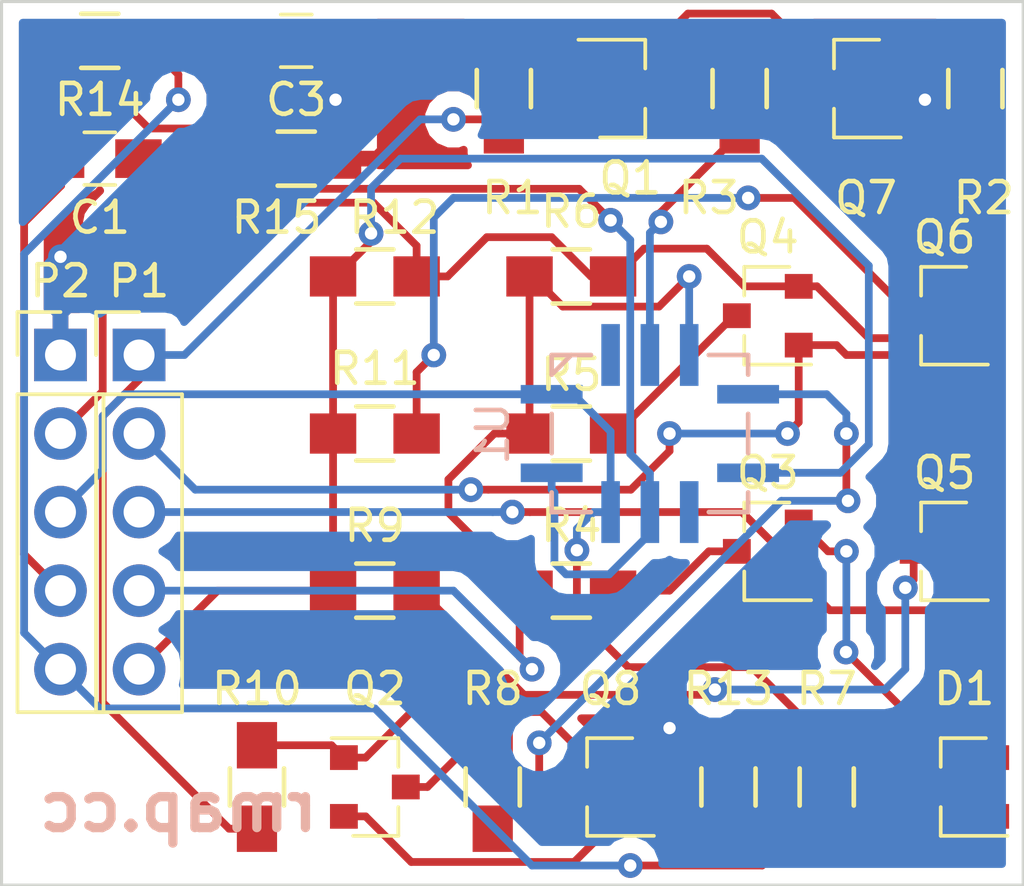
<source format=kicad_pcb>
(kicad_pcb (version 20170123) (host pcbnew no-vcs-found-7629~57~ubuntu16.04.1)

  (general
    (links 56)
    (no_connects 0)
    (area 92.024999 57.099999 125.145001 85.775001)
    (thickness 1.6)
    (drawings 5)
    (tracks 290)
    (zones 0)
    (modules 29)
    (nets 25)
  )

  (page A4)
  (layers
    (0 F.Cu signal hide)
    (31 B.Cu signal hide)
    (32 B.Adhes user)
    (33 F.Adhes user)
    (34 B.Paste user)
    (35 F.Paste user)
    (36 B.SilkS user)
    (37 F.SilkS user)
    (38 B.Mask user)
    (39 F.Mask user)
    (40 Dwgs.User user)
    (41 Cmts.User user)
    (42 Eco1.User user)
    (43 Eco2.User user)
    (44 Edge.Cuts user)
    (45 Margin user)
    (46 B.CrtYd user)
    (47 F.CrtYd user)
    (48 B.Fab user)
    (49 F.Fab user)
  )

  (setup
    (last_trace_width 0.25)
    (trace_clearance 0.2)
    (zone_clearance 0.508)
    (zone_45_only no)
    (trace_min 0.2)
    (segment_width 0.2)
    (edge_width 0.1)
    (via_size 0.8)
    (via_drill 0.4)
    (via_min_size 0.4)
    (via_min_drill 0.3)
    (uvia_size 0.3)
    (uvia_drill 0.1)
    (uvias_allowed no)
    (uvia_min_size 0.2)
    (uvia_min_drill 0.1)
    (pcb_text_width 0.3)
    (pcb_text_size 1.5 1.5)
    (mod_edge_width 0.15)
    (mod_text_size 1 1)
    (mod_text_width 0.15)
    (pad_size 1.5 1.5)
    (pad_drill 0.6)
    (pad_to_mask_clearance 0)
    (aux_axis_origin 0 0)
    (visible_elements 7FFFFF7F)
    (pcbplotparams
      (layerselection 0x00030_ffffffff)
      (usegerberextensions false)
      (excludeedgelayer true)
      (linewidth 0.100000)
      (plotframeref false)
      (viasonmask false)
      (mode 1)
      (useauxorigin false)
      (hpglpennumber 1)
      (hpglpenspeed 20)
      (hpglpendiameter 15)
      (psnegative false)
      (psa4output false)
      (plotreference true)
      (plotvalue true)
      (plotinvisibletext false)
      (padsonsilk false)
      (subtractmaskfromsilk false)
      (outputformat 1)
      (mirror false)
      (drillshape 1)
      (scaleselection 1)
      (outputdirectory ""))
  )

  (net 0 "")
  (net 1 "Net-(U1-Pad1)")
  (net 2 "Net-(R3-Pad1)")
  (net 3 "Net-(R8-Pad1)")
  (net 4 NO2)
  (net 5 "Net-(U1-Pad6)")
  (net 6 VDD)
  (net 7 VREF)
  (net 8 "Net-(Q5-Pad3)")
  (net 9 GNDD)
  (net 10 SCALE_2)
  (net 11 "Net-(Q1-Pad3)")
  (net 12 "Net-(Q1-Pad2)")
  (net 13 "Net-(Q1-Pad1)")
  (net 14 "Net-(Q2-Pad1)")
  (net 15 "Net-(Q2-Pad2)")
  (net 16 "Net-(Q2-Pad3)")
  (net 17 "Net-(Q3-Pad3)")
  (net 18 SCALE_1)
  (net 19 "Net-(Q4-Pad3)")
  (net 20 "Net-(Q6-Pad3)")
  (net 21 GND)
  (net 22 PWM)
  (net 23 CO)
  (net 24 +5V)

  (net_class Default "This is the default net class."
    (clearance 0.2)
    (trace_width 0.25)
    (via_dia 0.8)
    (via_drill 0.4)
    (uvia_dia 0.3)
    (uvia_drill 0.1)
    (add_net +5V)
    (add_net CO)
    (add_net GND)
    (add_net GNDD)
    (add_net NO2)
    (add_net "Net-(Q1-Pad1)")
    (add_net "Net-(Q1-Pad2)")
    (add_net "Net-(Q1-Pad3)")
    (add_net "Net-(Q2-Pad1)")
    (add_net "Net-(Q2-Pad2)")
    (add_net "Net-(Q2-Pad3)")
    (add_net "Net-(Q3-Pad3)")
    (add_net "Net-(Q4-Pad3)")
    (add_net "Net-(Q5-Pad3)")
    (add_net "Net-(Q6-Pad3)")
    (add_net "Net-(R3-Pad1)")
    (add_net "Net-(R8-Pad1)")
    (add_net "Net-(U1-Pad1)")
    (add_net "Net-(U1-Pad6)")
    (add_net PWM)
    (add_net SCALE_1)
    (add_net SCALE_2)
    (add_net VDD)
    (add_net VREF)
  )

  (module TO_SOT_Packages_SMD:SOT-23 (layer F.Cu) (tedit 58A0C5EF) (tstamp 589F7644)
    (at 116.84 67.31 180)
    (descr "SOT-23, Standard")
    (tags SOT-23)
    (path /589DFBED)
    (attr smd)
    (fp_text reference Q4 (at 0 2.54 180) (layer F.SilkS)
      (effects (font (size 1 1) (thickness 0.15)))
    )
    (fp_text value 2N7002 (at 0 2.5 180) (layer F.Fab) hide
      (effects (font (size 1 1) (thickness 0.15)))
    )
    (fp_line (start -0.7 -0.95) (end -0.7 1.5) (layer F.Fab) (width 0.1))
    (fp_line (start -0.15 -1.52) (end 0.7 -1.52) (layer F.Fab) (width 0.1))
    (fp_line (start -0.7 -0.95) (end -0.15 -1.52) (layer F.Fab) (width 0.1))
    (fp_line (start 0.7 -1.52) (end 0.7 1.52) (layer F.Fab) (width 0.1))
    (fp_line (start -0.7 1.52) (end 0.7 1.52) (layer F.Fab) (width 0.1))
    (fp_line (start 0.76 1.58) (end 0.76 0.65) (layer F.SilkS) (width 0.12))
    (fp_line (start 0.76 -1.58) (end 0.76 -0.65) (layer F.SilkS) (width 0.12))
    (fp_line (start -1.7 -1.75) (end 1.7 -1.75) (layer F.CrtYd) (width 0.05))
    (fp_line (start 1.7 -1.75) (end 1.7 1.75) (layer F.CrtYd) (width 0.05))
    (fp_line (start 1.7 1.75) (end -1.7 1.75) (layer F.CrtYd) (width 0.05))
    (fp_line (start -1.7 1.75) (end -1.7 -1.75) (layer F.CrtYd) (width 0.05))
    (fp_line (start 0.76 -1.58) (end -1.4 -1.58) (layer F.SilkS) (width 0.12))
    (fp_line (start 0.76 1.58) (end -0.7 1.58) (layer F.SilkS) (width 0.12))
    (pad 1 smd rect (at -1 -0.95 180) (size 0.9 0.8) (layers F.Cu F.Paste F.Mask)
      (net 18 SCALE_1))
    (pad 2 smd rect (at -1 0.95 180) (size 0.9 0.8) (layers F.Cu F.Paste F.Mask)
      (net 9 GNDD))
    (pad 3 smd rect (at 1 0 180) (size 0.9 0.8) (layers F.Cu F.Paste F.Mask)
      (net 19 "Net-(Q4-Pad3)"))
    (model TO_SOT_Packages_SMD.3dshapes/SOT-23.wrl
      (at (xyz 0 0 0))
      (scale (xyz 1 1 1))
      (rotate (xyz 0 0 90))
    )
  )

  (module TO_SOT_Packages_SMD:SOT-23 (layer F.Cu) (tedit 58A0C603) (tstamp 589F767D)
    (at 111.76 82.55 180)
    (descr "SOT-23, Standard")
    (tags SOT-23)
    (path /589EAA76)
    (attr smd)
    (fp_text reference Q8 (at 0 3.175 180) (layer F.SilkS)
      (effects (font (size 1 1) (thickness 0.15)))
    )
    (fp_text value BC849 (at 0 2.5 180) (layer F.Fab) hide
      (effects (font (size 1 1) (thickness 0.15)))
    )
    (fp_line (start 0.76 1.58) (end -0.7 1.58) (layer F.SilkS) (width 0.12))
    (fp_line (start 0.76 -1.58) (end -1.4 -1.58) (layer F.SilkS) (width 0.12))
    (fp_line (start -1.7 1.75) (end -1.7 -1.75) (layer F.CrtYd) (width 0.05))
    (fp_line (start 1.7 1.75) (end -1.7 1.75) (layer F.CrtYd) (width 0.05))
    (fp_line (start 1.7 -1.75) (end 1.7 1.75) (layer F.CrtYd) (width 0.05))
    (fp_line (start -1.7 -1.75) (end 1.7 -1.75) (layer F.CrtYd) (width 0.05))
    (fp_line (start 0.76 -1.58) (end 0.76 -0.65) (layer F.SilkS) (width 0.12))
    (fp_line (start 0.76 1.58) (end 0.76 0.65) (layer F.SilkS) (width 0.12))
    (fp_line (start -0.7 1.52) (end 0.7 1.52) (layer F.Fab) (width 0.1))
    (fp_line (start 0.7 -1.52) (end 0.7 1.52) (layer F.Fab) (width 0.1))
    (fp_line (start -0.7 -0.95) (end -0.15 -1.52) (layer F.Fab) (width 0.1))
    (fp_line (start -0.15 -1.52) (end 0.7 -1.52) (layer F.Fab) (width 0.1))
    (fp_line (start -0.7 -0.95) (end -0.7 1.5) (layer F.Fab) (width 0.1))
    (pad 3 smd rect (at 1 0 180) (size 0.9 0.8) (layers F.Cu F.Paste F.Mask)
      (net 14 "Net-(Q2-Pad1)"))
    (pad 2 smd rect (at -1 0.95 180) (size 0.9 0.8) (layers F.Cu F.Paste F.Mask)
      (net 21 GND))
    (pad 1 smd rect (at -1 -0.95 180) (size 0.9 0.8) (layers F.Cu F.Paste F.Mask)
      (net 15 "Net-(Q2-Pad2)"))
    (model TO_SOT_Packages_SMD.3dshapes/SOT-23.wrl
      (at (xyz 0 0 0))
      (scale (xyz 1 1 1))
      (rotate (xyz 0 0 90))
    )
  )

  (module TO_SOT_Packages_SMD:SOT-23 (layer F.Cu) (tedit 58A0C43D) (tstamp 589F7657)
    (at 122.555 67.31 180)
    (descr "SOT-23, Standard")
    (tags SOT-23)
    (path /589DDECE)
    (attr smd)
    (fp_text reference Q6 (at 0 2.54 180) (layer F.SilkS)
      (effects (font (size 1 1) (thickness 0.15)))
    )
    (fp_text value 2N7002 (at 0 2.5 180) (layer F.Fab) hide
      (effects (font (size 1 1) (thickness 0.15)))
    )
    (fp_line (start 0.76 1.58) (end -0.7 1.58) (layer F.SilkS) (width 0.12))
    (fp_line (start 0.76 -1.58) (end -1.4 -1.58) (layer F.SilkS) (width 0.12))
    (fp_line (start -1.7 1.75) (end -1.7 -1.75) (layer F.CrtYd) (width 0.05))
    (fp_line (start 1.7 1.75) (end -1.7 1.75) (layer F.CrtYd) (width 0.05))
    (fp_line (start 1.7 -1.75) (end 1.7 1.75) (layer F.CrtYd) (width 0.05))
    (fp_line (start -1.7 -1.75) (end 1.7 -1.75) (layer F.CrtYd) (width 0.05))
    (fp_line (start 0.76 -1.58) (end 0.76 -0.65) (layer F.SilkS) (width 0.12))
    (fp_line (start 0.76 1.58) (end 0.76 0.65) (layer F.SilkS) (width 0.12))
    (fp_line (start -0.7 1.52) (end 0.7 1.52) (layer F.Fab) (width 0.1))
    (fp_line (start 0.7 -1.52) (end 0.7 1.52) (layer F.Fab) (width 0.1))
    (fp_line (start -0.7 -0.95) (end -0.15 -1.52) (layer F.Fab) (width 0.1))
    (fp_line (start -0.15 -1.52) (end 0.7 -1.52) (layer F.Fab) (width 0.1))
    (fp_line (start -0.7 -0.95) (end -0.7 1.5) (layer F.Fab) (width 0.1))
    (pad 3 smd rect (at 1 0 180) (size 0.9 0.8) (layers F.Cu F.Paste F.Mask)
      (net 20 "Net-(Q6-Pad3)"))
    (pad 2 smd rect (at -1 0.95 180) (size 0.9 0.8) (layers F.Cu F.Paste F.Mask)
      (net 9 GNDD))
    (pad 1 smd rect (at -1 -0.95 180) (size 0.9 0.8) (layers F.Cu F.Paste F.Mask)
      (net 18 SCALE_1))
    (model TO_SOT_Packages_SMD.3dshapes/SOT-23.wrl
      (at (xyz 0 0 0))
      (scale (xyz 1 1 1))
      (rotate (xyz 0 0 90))
    )
  )

  (module Pin_Headers:Pin_Header_Straight_1x05_Pitch2.54mm (layer F.Cu) (tedit 58A0C54E) (tstamp 589F7782)
    (at 93.98 68.58)
    (descr "Through hole straight pin header, 1x05, 2.54mm pitch, single row")
    (tags "Through hole pin header THT 1x05 2.54mm single row")
    (path /589A99A7)
    (fp_text reference P2 (at 0 -2.39) (layer F.SilkS)
      (effects (font (size 1 1) (thickness 0.15)))
    )
    (fp_text value CONN_01X05 (at 0 12.55) (layer F.Fab) hide
      (effects (font (size 1 1) (thickness 0.15)))
    )
    (fp_line (start 1.6 -1.6) (end -1.6 -1.6) (layer F.CrtYd) (width 0.05))
    (fp_line (start 1.6 11.7) (end 1.6 -1.6) (layer F.CrtYd) (width 0.05))
    (fp_line (start -1.6 11.7) (end 1.6 11.7) (layer F.CrtYd) (width 0.05))
    (fp_line (start -1.6 -1.6) (end -1.6 11.7) (layer F.CrtYd) (width 0.05))
    (fp_line (start -1.39 -1.39) (end 0 -1.39) (layer F.SilkS) (width 0.12))
    (fp_line (start -1.39 0) (end -1.39 -1.39) (layer F.SilkS) (width 0.12))
    (fp_line (start 1.39 1.27) (end -1.39 1.27) (layer F.SilkS) (width 0.12))
    (fp_line (start 1.39 11.55) (end 1.39 1.27) (layer F.SilkS) (width 0.12))
    (fp_line (start -1.39 11.55) (end 1.39 11.55) (layer F.SilkS) (width 0.12))
    (fp_line (start -1.39 1.27) (end -1.39 11.55) (layer F.SilkS) (width 0.12))
    (fp_line (start 1.27 -1.27) (end -1.27 -1.27) (layer F.Fab) (width 0.1))
    (fp_line (start 1.27 11.43) (end 1.27 -1.27) (layer F.Fab) (width 0.1))
    (fp_line (start -1.27 11.43) (end 1.27 11.43) (layer F.Fab) (width 0.1))
    (fp_line (start -1.27 -1.27) (end -1.27 11.43) (layer F.Fab) (width 0.1))
    (pad 5 thru_hole oval (at 0 10.16) (size 1.7 1.7) (drill 1) (layers *.Cu *.Mask)
      (net 24 +5V))
    (pad 4 thru_hole oval (at 0 7.62) (size 1.7 1.7) (drill 1) (layers *.Cu *.Mask)
      (net 6 VDD))
    (pad 3 thru_hole oval (at 0 5.08) (size 1.7 1.7) (drill 1) (layers *.Cu *.Mask)
      (net 7 VREF))
    (pad 2 thru_hole oval (at 0 2.54) (size 1.7 1.7) (drill 1) (layers *.Cu *.Mask)
      (net 9 GNDD))
    (pad 1 thru_hole rect (at 0 0) (size 1.7 1.7) (drill 1) (layers *.Cu *.Mask)
      (net 21 GND))
    (model Pin_Headers.3dshapes/Pin_Header_Straight_1x05_Pitch2.54mm.wrl
      (at (xyz 0 -0.2 0))
      (scale (xyz 1 1 1))
      (rotate (xyz 0 0 90))
    )
  )

  (module Resistors_SMD:R_0805_HandSoldering (layer F.Cu) (tedit 58A0C5F3) (tstamp 589F76DF)
    (at 110.49 66.04)
    (descr "Resistor SMD 0805, hand soldering")
    (tags "resistor 0805")
    (path /589DFBE1)
    (attr smd)
    (fp_text reference R6 (at 0 -2.1) (layer F.SilkS)
      (effects (font (size 1 1) (thickness 0.15)))
    )
    (fp_text value 1M (at 0 2.1) (layer F.Fab) hide
      (effects (font (size 1 1) (thickness 0.15)))
    )
    (fp_line (start -1 0.625) (end -1 -0.625) (layer F.Fab) (width 0.1))
    (fp_line (start 1 0.625) (end -1 0.625) (layer F.Fab) (width 0.1))
    (fp_line (start 1 -0.625) (end 1 0.625) (layer F.Fab) (width 0.1))
    (fp_line (start -1 -0.625) (end 1 -0.625) (layer F.Fab) (width 0.1))
    (fp_line (start -2.4 -1) (end 2.4 -1) (layer F.CrtYd) (width 0.05))
    (fp_line (start -2.4 1) (end 2.4 1) (layer F.CrtYd) (width 0.05))
    (fp_line (start -2.4 -1) (end -2.4 1) (layer F.CrtYd) (width 0.05))
    (fp_line (start 2.4 -1) (end 2.4 1) (layer F.CrtYd) (width 0.05))
    (fp_line (start 0.6 0.875) (end -0.6 0.875) (layer F.SilkS) (width 0.15))
    (fp_line (start -0.6 -0.875) (end 0.6 -0.875) (layer F.SilkS) (width 0.15))
    (pad 1 smd rect (at -1.35 0) (size 1.5 1.3) (layers F.Cu F.Paste F.Mask)
      (net 23 CO))
    (pad 2 smd rect (at 1.35 0) (size 1.5 1.3) (layers F.Cu F.Paste F.Mask)
      (net 9 GNDD))
    (model Resistors_SMD.3dshapes/R_0805_HandSoldering.wrl
      (at (xyz 0 0 0))
      (scale (xyz 1 1 1))
      (rotate (xyz 0 0 0))
    )
  )

  (module Resistors_SMD:R_0805_HandSoldering (layer F.Cu) (tedit 58A0C5F6) (tstamp 589F76BF)
    (at 110.49 71.12)
    (descr "Resistor SMD 0805, hand soldering")
    (tags "resistor 0805")
    (path /589DFBE7)
    (attr smd)
    (fp_text reference R5 (at 0 -1.905) (layer F.SilkS)
      (effects (font (size 1 1) (thickness 0.15)))
    )
    (fp_text value 100K (at 0 2.1) (layer F.Fab) hide
      (effects (font (size 1 1) (thickness 0.15)))
    )
    (fp_line (start -1 0.625) (end -1 -0.625) (layer F.Fab) (width 0.1))
    (fp_line (start 1 0.625) (end -1 0.625) (layer F.Fab) (width 0.1))
    (fp_line (start 1 -0.625) (end 1 0.625) (layer F.Fab) (width 0.1))
    (fp_line (start -1 -0.625) (end 1 -0.625) (layer F.Fab) (width 0.1))
    (fp_line (start -2.4 -1) (end 2.4 -1) (layer F.CrtYd) (width 0.05))
    (fp_line (start -2.4 1) (end 2.4 1) (layer F.CrtYd) (width 0.05))
    (fp_line (start -2.4 -1) (end -2.4 1) (layer F.CrtYd) (width 0.05))
    (fp_line (start 2.4 -1) (end 2.4 1) (layer F.CrtYd) (width 0.05))
    (fp_line (start 0.6 0.875) (end -0.6 0.875) (layer F.SilkS) (width 0.15))
    (fp_line (start -0.6 -0.875) (end 0.6 -0.875) (layer F.SilkS) (width 0.15))
    (pad 1 smd rect (at -1.35 0) (size 1.5 1.3) (layers F.Cu F.Paste F.Mask)
      (net 23 CO))
    (pad 2 smd rect (at 1.35 0) (size 1.5 1.3) (layers F.Cu F.Paste F.Mask)
      (net 19 "Net-(Q4-Pad3)"))
    (model Resistors_SMD.3dshapes/R_0805_HandSoldering.wrl
      (at (xyz 0 0 0))
      (scale (xyz 1 1 1))
      (rotate (xyz 0 0 0))
    )
  )

  (module Resistors_SMD:R_0805_HandSoldering (layer F.Cu) (tedit 58A0C60A) (tstamp 589F76EF)
    (at 118.745 82.55 90)
    (descr "Resistor SMD 0805, hand soldering")
    (tags "resistor 0805")
    (path /589E3076)
    (attr smd)
    (fp_text reference R7 (at 3.175 0 180) (layer F.SilkS)
      (effects (font (size 1 1) (thickness 0.15)))
    )
    (fp_text value 560 (at 0 2.1 90) (layer F.Fab) hide
      (effects (font (size 1 1) (thickness 0.15)))
    )
    (fp_line (start -0.6 -0.875) (end 0.6 -0.875) (layer F.SilkS) (width 0.15))
    (fp_line (start 0.6 0.875) (end -0.6 0.875) (layer F.SilkS) (width 0.15))
    (fp_line (start 2.4 -1) (end 2.4 1) (layer F.CrtYd) (width 0.05))
    (fp_line (start -2.4 -1) (end -2.4 1) (layer F.CrtYd) (width 0.05))
    (fp_line (start -2.4 1) (end 2.4 1) (layer F.CrtYd) (width 0.05))
    (fp_line (start -2.4 -1) (end 2.4 -1) (layer F.CrtYd) (width 0.05))
    (fp_line (start -1 -0.625) (end 1 -0.625) (layer F.Fab) (width 0.1))
    (fp_line (start 1 -0.625) (end 1 0.625) (layer F.Fab) (width 0.1))
    (fp_line (start 1 0.625) (end -1 0.625) (layer F.Fab) (width 0.1))
    (fp_line (start -1 0.625) (end -1 -0.625) (layer F.Fab) (width 0.1))
    (pad 2 smd rect (at 1.35 0 90) (size 1.5 1.3) (layers F.Cu F.Paste F.Mask)
      (net 7 VREF))
    (pad 1 smd rect (at -1.35 0 90) (size 1.5 1.3) (layers F.Cu F.Paste F.Mask)
      (net 24 +5V))
    (model Resistors_SMD.3dshapes/R_0805_HandSoldering.wrl
      (at (xyz 0 0 0))
      (scale (xyz 1 1 1))
      (rotate (xyz 0 0 0))
    )
  )

  (module TO_SOT_Packages_SMD:SOT-23 (layer F.Cu) (tedit 58A0C5FC) (tstamp 589F75E5)
    (at 122.555 74.93 180)
    (descr "SOT-23, Standard")
    (tags SOT-23)
    (path /589DE112)
    (attr smd)
    (fp_text reference Q5 (at 0 2.54 180) (layer F.SilkS)
      (effects (font (size 1 1) (thickness 0.15)))
    )
    (fp_text value 2N7002 (at 0 2.5 180) (layer F.Fab) hide
      (effects (font (size 1 1) (thickness 0.15)))
    )
    (fp_line (start 0.76 1.58) (end -0.7 1.58) (layer F.SilkS) (width 0.12))
    (fp_line (start 0.76 -1.58) (end -1.4 -1.58) (layer F.SilkS) (width 0.12))
    (fp_line (start -1.7 1.75) (end -1.7 -1.75) (layer F.CrtYd) (width 0.05))
    (fp_line (start 1.7 1.75) (end -1.7 1.75) (layer F.CrtYd) (width 0.05))
    (fp_line (start 1.7 -1.75) (end 1.7 1.75) (layer F.CrtYd) (width 0.05))
    (fp_line (start -1.7 -1.75) (end 1.7 -1.75) (layer F.CrtYd) (width 0.05))
    (fp_line (start 0.76 -1.58) (end 0.76 -0.65) (layer F.SilkS) (width 0.12))
    (fp_line (start 0.76 1.58) (end 0.76 0.65) (layer F.SilkS) (width 0.12))
    (fp_line (start -0.7 1.52) (end 0.7 1.52) (layer F.Fab) (width 0.1))
    (fp_line (start 0.7 -1.52) (end 0.7 1.52) (layer F.Fab) (width 0.1))
    (fp_line (start -0.7 -0.95) (end -0.15 -1.52) (layer F.Fab) (width 0.1))
    (fp_line (start -0.15 -1.52) (end 0.7 -1.52) (layer F.Fab) (width 0.1))
    (fp_line (start -0.7 -0.95) (end -0.7 1.5) (layer F.Fab) (width 0.1))
    (pad 3 smd rect (at 1 0 180) (size 0.9 0.8) (layers F.Cu F.Paste F.Mask)
      (net 8 "Net-(Q5-Pad3)"))
    (pad 2 smd rect (at -1 0.95 180) (size 0.9 0.8) (layers F.Cu F.Paste F.Mask)
      (net 9 GNDD))
    (pad 1 smd rect (at -1 -0.95 180) (size 0.9 0.8) (layers F.Cu F.Paste F.Mask)
      (net 10 SCALE_2))
    (model TO_SOT_Packages_SMD.3dshapes/SOT-23.wrl
      (at (xyz 0 0 0))
      (scale (xyz 1 1 1))
      (rotate (xyz 0 0 90))
    )
  )

  (module Resistors_SMD:R_0805_HandSoldering (layer F.Cu) (tedit 58A0C55C) (tstamp 589F774F)
    (at 101.6 62.23)
    (descr "Resistor SMD 0805, hand soldering")
    (tags "resistor 0805")
    (path /589E6875)
    (attr smd)
    (fp_text reference R15 (at -0.635 1.905) (layer F.SilkS)
      (effects (font (size 1 1) (thickness 0.15)))
    )
    (fp_text value 100 (at 0 2.1) (layer F.Fab) hide
      (effects (font (size 1 1) (thickness 0.15)))
    )
    (fp_line (start -0.6 -0.875) (end 0.6 -0.875) (layer F.SilkS) (width 0.15))
    (fp_line (start 0.6 0.875) (end -0.6 0.875) (layer F.SilkS) (width 0.15))
    (fp_line (start 2.4 -1) (end 2.4 1) (layer F.CrtYd) (width 0.05))
    (fp_line (start -2.4 -1) (end -2.4 1) (layer F.CrtYd) (width 0.05))
    (fp_line (start -2.4 1) (end 2.4 1) (layer F.CrtYd) (width 0.05))
    (fp_line (start -2.4 -1) (end 2.4 -1) (layer F.CrtYd) (width 0.05))
    (fp_line (start -1 -0.625) (end 1 -0.625) (layer F.Fab) (width 0.1))
    (fp_line (start 1 -0.625) (end 1 0.625) (layer F.Fab) (width 0.1))
    (fp_line (start 1 0.625) (end -1 0.625) (layer F.Fab) (width 0.1))
    (fp_line (start -1 0.625) (end -1 -0.625) (layer F.Fab) (width 0.1))
    (pad 2 smd rect (at 1.35 0) (size 1.5 1.3) (layers F.Cu F.Paste F.Mask)
      (net 21 GND))
    (pad 1 smd rect (at -1.35 0) (size 1.5 1.3) (layers F.Cu F.Paste F.Mask)
      (net 9 GNDD))
    (model Resistors_SMD.3dshapes/R_0805_HandSoldering.wrl
      (at (xyz 0 0 0))
      (scale (xyz 1 1 1))
      (rotate (xyz 0 0 0))
    )
  )

  (module Capacitors_SMD:C_0805_HandSoldering (layer F.Cu) (tedit 58A0C554) (tstamp 589F77C1)
    (at 101.6 58.42)
    (descr "Capacitor SMD 0805, hand soldering")
    (tags "capacitor 0805")
    (path /5898F3FA)
    (attr smd)
    (fp_text reference C3 (at 0 1.905) (layer F.SilkS)
      (effects (font (size 1 1) (thickness 0.15)))
    )
    (fp_text value 22u (at 0 2.1) (layer F.Fab) hide
      (effects (font (size 1 1) (thickness 0.15)))
    )
    (fp_line (start -1 0.625) (end -1 -0.625) (layer F.Fab) (width 0.1))
    (fp_line (start 1 0.625) (end -1 0.625) (layer F.Fab) (width 0.1))
    (fp_line (start 1 -0.625) (end 1 0.625) (layer F.Fab) (width 0.1))
    (fp_line (start -1 -0.625) (end 1 -0.625) (layer F.Fab) (width 0.1))
    (fp_line (start -2.3 -1) (end 2.3 -1) (layer F.CrtYd) (width 0.05))
    (fp_line (start -2.3 1) (end 2.3 1) (layer F.CrtYd) (width 0.05))
    (fp_line (start -2.3 -1) (end -2.3 1) (layer F.CrtYd) (width 0.05))
    (fp_line (start 2.3 -1) (end 2.3 1) (layer F.CrtYd) (width 0.05))
    (fp_line (start 0.5 -0.85) (end -0.5 -0.85) (layer F.SilkS) (width 0.12))
    (fp_line (start -0.5 0.85) (end 0.5 0.85) (layer F.SilkS) (width 0.12))
    (pad 1 smd rect (at -1.25 0) (size 1.5 1.25) (layers F.Cu F.Paste F.Mask)
      (net 24 +5V))
    (pad 2 smd rect (at 1.25 0) (size 1.5 1.25) (layers F.Cu F.Paste F.Mask)
      (net 21 GND))
    (model Capacitors_SMD.3dshapes/C_0805_HandSoldering.wrl
      (at (xyz 0 0 0))
      (scale (xyz 1 1 1))
      (rotate (xyz 0 0 0))
    )
  )

  (module Resistors_SMD:R_0805_HandSoldering (layer F.Cu) (tedit 58A0C565) (tstamp 589F770F)
    (at 104.14 76.2)
    (descr "Resistor SMD 0805, hand soldering")
    (tags "resistor 0805")
    (path /58964DF4)
    (attr smd)
    (fp_text reference R9 (at 0 -2.1) (layer F.SilkS)
      (effects (font (size 1 1) (thickness 0.15)))
    )
    (fp_text value 10K (at 0 2.1) (layer F.Fab) hide
      (effects (font (size 1 1) (thickness 0.15)))
    )
    (fp_line (start -0.6 -0.875) (end 0.6 -0.875) (layer F.SilkS) (width 0.15))
    (fp_line (start 0.6 0.875) (end -0.6 0.875) (layer F.SilkS) (width 0.15))
    (fp_line (start 2.4 -1) (end 2.4 1) (layer F.CrtYd) (width 0.05))
    (fp_line (start -2.4 -1) (end -2.4 1) (layer F.CrtYd) (width 0.05))
    (fp_line (start -2.4 1) (end 2.4 1) (layer F.CrtYd) (width 0.05))
    (fp_line (start -2.4 -1) (end 2.4 -1) (layer F.CrtYd) (width 0.05))
    (fp_line (start -1 -0.625) (end 1 -0.625) (layer F.Fab) (width 0.1))
    (fp_line (start 1 -0.625) (end 1 0.625) (layer F.Fab) (width 0.1))
    (fp_line (start 1 0.625) (end -1 0.625) (layer F.Fab) (width 0.1))
    (fp_line (start -1 0.625) (end -1 -0.625) (layer F.Fab) (width 0.1))
    (pad 2 smd rect (at 1.35 0) (size 1.5 1.3) (layers F.Cu F.Paste F.Mask)
      (net 8 "Net-(Q5-Pad3)"))
    (pad 1 smd rect (at -1.35 0) (size 1.5 1.3) (layers F.Cu F.Paste F.Mask)
      (net 4 NO2))
    (model Resistors_SMD.3dshapes/R_0805_HandSoldering.wrl
      (at (xyz 0 0 0))
      (scale (xyz 1 1 1))
      (rotate (xyz 0 0 0))
    )
  )

  (module Resistors_SMD:R_0805_HandSoldering (layer F.Cu) (tedit 58A0C5FF) (tstamp 589F76AF)
    (at 110.49 76.2)
    (descr "Resistor SMD 0805, hand soldering")
    (tags "resistor 0805")
    (path /589DFBF9)
    (attr smd)
    (fp_text reference R4 (at 0 -2.1) (layer F.SilkS)
      (effects (font (size 1 1) (thickness 0.15)))
    )
    (fp_text value 10K (at 0 2.1) (layer F.Fab) hide
      (effects (font (size 1 1) (thickness 0.15)))
    )
    (fp_line (start -0.6 -0.875) (end 0.6 -0.875) (layer F.SilkS) (width 0.15))
    (fp_line (start 0.6 0.875) (end -0.6 0.875) (layer F.SilkS) (width 0.15))
    (fp_line (start 2.4 -1) (end 2.4 1) (layer F.CrtYd) (width 0.05))
    (fp_line (start -2.4 -1) (end -2.4 1) (layer F.CrtYd) (width 0.05))
    (fp_line (start -2.4 1) (end 2.4 1) (layer F.CrtYd) (width 0.05))
    (fp_line (start -2.4 -1) (end 2.4 -1) (layer F.CrtYd) (width 0.05))
    (fp_line (start -1 -0.625) (end 1 -0.625) (layer F.Fab) (width 0.1))
    (fp_line (start 1 -0.625) (end 1 0.625) (layer F.Fab) (width 0.1))
    (fp_line (start 1 0.625) (end -1 0.625) (layer F.Fab) (width 0.1))
    (fp_line (start -1 0.625) (end -1 -0.625) (layer F.Fab) (width 0.1))
    (pad 2 smd rect (at 1.35 0) (size 1.5 1.3) (layers F.Cu F.Paste F.Mask)
      (net 17 "Net-(Q3-Pad3)"))
    (pad 1 smd rect (at -1.35 0) (size 1.5 1.3) (layers F.Cu F.Paste F.Mask)
      (net 23 CO))
    (model Resistors_SMD.3dshapes/R_0805_HandSoldering.wrl
      (at (xyz 0 0 0))
      (scale (xyz 1 1 1))
      (rotate (xyz 0 0 0))
    )
  )

  (module Resistors_SMD:R_0805_HandSoldering (layer F.Cu) (tedit 58A0C55F) (tstamp 589F76CF)
    (at 104.14 66.04)
    (descr "Resistor SMD 0805, hand soldering")
    (tags "resistor 0805")
    (path /589A5E7B)
    (attr smd)
    (fp_text reference R12 (at 0.635 -1.905) (layer F.SilkS)
      (effects (font (size 1 1) (thickness 0.15)))
    )
    (fp_text value 1M (at 0 2.1) (layer F.Fab) hide
      (effects (font (size 1 1) (thickness 0.15)))
    )
    (fp_line (start -0.6 -0.875) (end 0.6 -0.875) (layer F.SilkS) (width 0.15))
    (fp_line (start 0.6 0.875) (end -0.6 0.875) (layer F.SilkS) (width 0.15))
    (fp_line (start 2.4 -1) (end 2.4 1) (layer F.CrtYd) (width 0.05))
    (fp_line (start -2.4 -1) (end -2.4 1) (layer F.CrtYd) (width 0.05))
    (fp_line (start -2.4 1) (end 2.4 1) (layer F.CrtYd) (width 0.05))
    (fp_line (start -2.4 -1) (end 2.4 -1) (layer F.CrtYd) (width 0.05))
    (fp_line (start -1 -0.625) (end 1 -0.625) (layer F.Fab) (width 0.1))
    (fp_line (start 1 -0.625) (end 1 0.625) (layer F.Fab) (width 0.1))
    (fp_line (start 1 0.625) (end -1 0.625) (layer F.Fab) (width 0.1))
    (fp_line (start -1 0.625) (end -1 -0.625) (layer F.Fab) (width 0.1))
    (pad 2 smd rect (at 1.35 0) (size 1.5 1.3) (layers F.Cu F.Paste F.Mask)
      (net 9 GNDD))
    (pad 1 smd rect (at -1.35 0) (size 1.5 1.3) (layers F.Cu F.Paste F.Mask)
      (net 4 NO2))
    (model Resistors_SMD.3dshapes/R_0805_HandSoldering.wrl
      (at (xyz 0 0 0))
      (scale (xyz 1 1 1))
      (rotate (xyz 0 0 0))
    )
  )

  (module Resistors_SMD:R_0805_HandSoldering (layer F.Cu) (tedit 58A0C5E9) (tstamp 589F769F)
    (at 115.929999 59.964999 90)
    (descr "Resistor SMD 0805, hand soldering")
    (tags "resistor 0805")
    (path /5890F2A0)
    (attr smd)
    (fp_text reference R3 (at -3.535001 -0.994999 180) (layer F.SilkS)
      (effects (font (size 1 1) (thickness 0.15)))
    )
    (fp_text value 75 (at 0 2.1 90) (layer F.Fab) hide
      (effects (font (size 1 1) (thickness 0.15)))
    )
    (fp_line (start -1 0.625) (end -1 -0.625) (layer F.Fab) (width 0.1))
    (fp_line (start 1 0.625) (end -1 0.625) (layer F.Fab) (width 0.1))
    (fp_line (start 1 -0.625) (end 1 0.625) (layer F.Fab) (width 0.1))
    (fp_line (start -1 -0.625) (end 1 -0.625) (layer F.Fab) (width 0.1))
    (fp_line (start -2.4 -1) (end 2.4 -1) (layer F.CrtYd) (width 0.05))
    (fp_line (start -2.4 1) (end 2.4 1) (layer F.CrtYd) (width 0.05))
    (fp_line (start -2.4 -1) (end -2.4 1) (layer F.CrtYd) (width 0.05))
    (fp_line (start 2.4 -1) (end 2.4 1) (layer F.CrtYd) (width 0.05))
    (fp_line (start 0.6 0.875) (end -0.6 0.875) (layer F.SilkS) (width 0.15))
    (fp_line (start -0.6 -0.875) (end 0.6 -0.875) (layer F.SilkS) (width 0.15))
    (pad 1 smd rect (at -1.35 0 90) (size 1.5 1.3) (layers F.Cu F.Paste F.Mask)
      (net 2 "Net-(R3-Pad1)"))
    (pad 2 smd rect (at 1.35 0 90) (size 1.5 1.3) (layers F.Cu F.Paste F.Mask)
      (net 11 "Net-(Q1-Pad3)"))
    (model Resistors_SMD.3dshapes/R_0805_HandSoldering.wrl
      (at (xyz 0 0 0))
      (scale (xyz 1 1 1))
      (rotate (xyz 0 0 0))
    )
  )

  (module TO_SOT_Packages_SMD:SOT-23 (layer F.Cu) (tedit 58A0C446) (tstamp 589F766A)
    (at 119.739999 59.964999 180)
    (descr "SOT-23, Standard")
    (tags SOT-23)
    (path /589E9F89)
    (attr smd)
    (fp_text reference Q7 (at -0.275001 -3.535001 180) (layer F.SilkS)
      (effects (font (size 1 1) (thickness 0.15)))
    )
    (fp_text value BC849 (at 0 2.5 180) (layer F.Fab) hide
      (effects (font (size 1 1) (thickness 0.15)))
    )
    (fp_line (start -0.7 -0.95) (end -0.7 1.5) (layer F.Fab) (width 0.1))
    (fp_line (start -0.15 -1.52) (end 0.7 -1.52) (layer F.Fab) (width 0.1))
    (fp_line (start -0.7 -0.95) (end -0.15 -1.52) (layer F.Fab) (width 0.1))
    (fp_line (start 0.7 -1.52) (end 0.7 1.52) (layer F.Fab) (width 0.1))
    (fp_line (start -0.7 1.52) (end 0.7 1.52) (layer F.Fab) (width 0.1))
    (fp_line (start 0.76 1.58) (end 0.76 0.65) (layer F.SilkS) (width 0.12))
    (fp_line (start 0.76 -1.58) (end 0.76 -0.65) (layer F.SilkS) (width 0.12))
    (fp_line (start -1.7 -1.75) (end 1.7 -1.75) (layer F.CrtYd) (width 0.05))
    (fp_line (start 1.7 -1.75) (end 1.7 1.75) (layer F.CrtYd) (width 0.05))
    (fp_line (start 1.7 1.75) (end -1.7 1.75) (layer F.CrtYd) (width 0.05))
    (fp_line (start -1.7 1.75) (end -1.7 -1.75) (layer F.CrtYd) (width 0.05))
    (fp_line (start 0.76 -1.58) (end -1.4 -1.58) (layer F.SilkS) (width 0.12))
    (fp_line (start 0.76 1.58) (end -0.7 1.58) (layer F.SilkS) (width 0.12))
    (pad 1 smd rect (at -1 -0.95 180) (size 0.9 0.8) (layers F.Cu F.Paste F.Mask)
      (net 12 "Net-(Q1-Pad2)"))
    (pad 2 smd rect (at -1 0.95 180) (size 0.9 0.8) (layers F.Cu F.Paste F.Mask)
      (net 21 GND))
    (pad 3 smd rect (at 1 0 180) (size 0.9 0.8) (layers F.Cu F.Paste F.Mask)
      (net 13 "Net-(Q1-Pad1)"))
    (model TO_SOT_Packages_SMD.3dshapes/SOT-23.wrl
      (at (xyz 0 0 0))
      (scale (xyz 1 1 1))
      (rotate (xyz 0 0 90))
    )
  )

  (module Resistors_SMD:R_0805_HandSoldering (layer F.Cu) (tedit 58A0C613) (tstamp 589F76FF)
    (at 107.95 82.55 90)
    (descr "Resistor SMD 0805, hand soldering")
    (tags "resistor 0805")
    (path /589649E9)
    (attr smd)
    (fp_text reference R8 (at 3.175 0 180) (layer F.SilkS)
      (effects (font (size 1 1) (thickness 0.15)))
    )
    (fp_text value 50 (at 0 2.1 90) (layer F.Fab) hide
      (effects (font (size 1 1) (thickness 0.15)))
    )
    (fp_line (start -1 0.625) (end -1 -0.625) (layer F.Fab) (width 0.1))
    (fp_line (start 1 0.625) (end -1 0.625) (layer F.Fab) (width 0.1))
    (fp_line (start 1 -0.625) (end 1 0.625) (layer F.Fab) (width 0.1))
    (fp_line (start -1 -0.625) (end 1 -0.625) (layer F.Fab) (width 0.1))
    (fp_line (start -2.4 -1) (end 2.4 -1) (layer F.CrtYd) (width 0.05))
    (fp_line (start -2.4 1) (end 2.4 1) (layer F.CrtYd) (width 0.05))
    (fp_line (start -2.4 -1) (end -2.4 1) (layer F.CrtYd) (width 0.05))
    (fp_line (start 2.4 -1) (end 2.4 1) (layer F.CrtYd) (width 0.05))
    (fp_line (start 0.6 0.875) (end -0.6 0.875) (layer F.SilkS) (width 0.15))
    (fp_line (start -0.6 -0.875) (end 0.6 -0.875) (layer F.SilkS) (width 0.15))
    (pad 1 smd rect (at -1.35 0 90) (size 1.5 1.3) (layers F.Cu F.Paste F.Mask)
      (net 3 "Net-(R8-Pad1)"))
    (pad 2 smd rect (at 1.35 0 90) (size 1.5 1.3) (layers F.Cu F.Paste F.Mask)
      (net 16 "Net-(Q2-Pad3)"))
    (model Resistors_SMD.3dshapes/R_0805_HandSoldering.wrl
      (at (xyz 0 0 0))
      (scale (xyz 1 1 1))
      (rotate (xyz 0 0 0))
    )
  )

  (module TO_SOT_Packages_SMD:SOT-23 (layer F.Cu) (tedit 58A0C616) (tstamp 589F761E)
    (at 104.14 82.55)
    (descr "SOT-23, Standard")
    (tags SOT-23)
    (path /58976B71)
    (attr smd)
    (fp_text reference Q2 (at 0 -3.175) (layer F.SilkS)
      (effects (font (size 1 1) (thickness 0.15)))
    )
    (fp_text value 2N7002 (at 0 2.5) (layer F.Fab) hide
      (effects (font (size 1 1) (thickness 0.15)))
    )
    (fp_line (start -0.7 -0.95) (end -0.7 1.5) (layer F.Fab) (width 0.1))
    (fp_line (start -0.15 -1.52) (end 0.7 -1.52) (layer F.Fab) (width 0.1))
    (fp_line (start -0.7 -0.95) (end -0.15 -1.52) (layer F.Fab) (width 0.1))
    (fp_line (start 0.7 -1.52) (end 0.7 1.52) (layer F.Fab) (width 0.1))
    (fp_line (start -0.7 1.52) (end 0.7 1.52) (layer F.Fab) (width 0.1))
    (fp_line (start 0.76 1.58) (end 0.76 0.65) (layer F.SilkS) (width 0.12))
    (fp_line (start 0.76 -1.58) (end 0.76 -0.65) (layer F.SilkS) (width 0.12))
    (fp_line (start -1.7 -1.75) (end 1.7 -1.75) (layer F.CrtYd) (width 0.05))
    (fp_line (start 1.7 -1.75) (end 1.7 1.75) (layer F.CrtYd) (width 0.05))
    (fp_line (start 1.7 1.75) (end -1.7 1.75) (layer F.CrtYd) (width 0.05))
    (fp_line (start -1.7 1.75) (end -1.7 -1.75) (layer F.CrtYd) (width 0.05))
    (fp_line (start 0.76 -1.58) (end -1.4 -1.58) (layer F.SilkS) (width 0.12))
    (fp_line (start 0.76 1.58) (end -0.7 1.58) (layer F.SilkS) (width 0.12))
    (pad 1 smd rect (at -1 -0.95) (size 0.9 0.8) (layers F.Cu F.Paste F.Mask)
      (net 14 "Net-(Q2-Pad1)"))
    (pad 2 smd rect (at -1 0.95) (size 0.9 0.8) (layers F.Cu F.Paste F.Mask)
      (net 15 "Net-(Q2-Pad2)"))
    (pad 3 smd rect (at 1 0) (size 0.9 0.8) (layers F.Cu F.Paste F.Mask)
      (net 16 "Net-(Q2-Pad3)"))
    (model TO_SOT_Packages_SMD.3dshapes/SOT-23.wrl
      (at (xyz 0 0 0))
      (scale (xyz 1 1 1))
      (rotate (xyz 0 0 90))
    )
  )

  (module Resistors_SMD:R_0805_HandSoldering (layer F.Cu) (tedit 58A0C559) (tstamp 589F768F)
    (at 108.309999 59.964999 90)
    (descr "Resistor SMD 0805, hand soldering")
    (tags "resistor 0805")
    (path /589E9ED8)
    (attr smd)
    (fp_text reference R1 (at -3.535001 0.275001 180) (layer F.SilkS)
      (effects (font (size 1 1) (thickness 0.15)))
    )
    (fp_text value 47k (at 0 2.1 90) (layer F.Fab) hide
      (effects (font (size 1 1) (thickness 0.15)))
    )
    (fp_line (start -0.6 -0.875) (end 0.6 -0.875) (layer F.SilkS) (width 0.15))
    (fp_line (start 0.6 0.875) (end -0.6 0.875) (layer F.SilkS) (width 0.15))
    (fp_line (start 2.4 -1) (end 2.4 1) (layer F.CrtYd) (width 0.05))
    (fp_line (start -2.4 -1) (end -2.4 1) (layer F.CrtYd) (width 0.05))
    (fp_line (start -2.4 1) (end 2.4 1) (layer F.CrtYd) (width 0.05))
    (fp_line (start -2.4 -1) (end 2.4 -1) (layer F.CrtYd) (width 0.05))
    (fp_line (start -1 -0.625) (end 1 -0.625) (layer F.Fab) (width 0.1))
    (fp_line (start 1 -0.625) (end 1 0.625) (layer F.Fab) (width 0.1))
    (fp_line (start 1 0.625) (end -1 0.625) (layer F.Fab) (width 0.1))
    (fp_line (start -1 0.625) (end -1 -0.625) (layer F.Fab) (width 0.1))
    (pad 2 smd rect (at 1.35 0 90) (size 1.5 1.3) (layers F.Cu F.Paste F.Mask)
      (net 13 "Net-(Q1-Pad1)"))
    (pad 1 smd rect (at -1.35 0 90) (size 1.5 1.3) (layers F.Cu F.Paste F.Mask)
      (net 22 PWM))
    (model Resistors_SMD.3dshapes/R_0805_HandSoldering.wrl
      (at (xyz 0 0 0))
      (scale (xyz 1 1 1))
      (rotate (xyz 0 0 0))
    )
  )

  (module rmap:MICS-4514 (layer B.Cu) (tedit 589A397B) (tstamp 589F75C4)
    (at 113.03 71.12)
    (path /589648C3)
    (fp_text reference U1 (at -5.08 0 270) (layer B.SilkS)
      (effects (font (size 1 1) (thickness 0.15)) (justify mirror))
    )
    (fp_text value MICS-4514 (at 0 -5.08) (layer B.Fab)
      (effects (font (size 1 1) (thickness 0.15)) (justify mirror))
    )
    (fp_line (start -3.175 1.905) (end -3.175 2.54) (layer B.SilkS) (width 0.15))
    (fp_line (start 3.175 2.54) (end 3.175 1.905) (layer B.SilkS) (width 0.15))
    (fp_line (start 3.175 0.635) (end 3.175 -0.635) (layer B.SilkS) (width 0.15))
    (fp_line (start -3.175 0.635) (end -3.175 -0.635) (layer B.SilkS) (width 0.15))
    (fp_line (start -3.175 -1.905) (end -3.175 -2.54) (layer B.SilkS) (width 0.15))
    (fp_line (start 3.175 -1.905) (end 3.175 -2.54) (layer B.SilkS) (width 0.15))
    (fp_line (start -3.175 2.54) (end -1.905 2.54) (layer B.SilkS) (width 0.15))
    (fp_line (start -3.175 -2.54) (end -1.905 -2.54) (layer B.SilkS) (width 0.15))
    (fp_line (start 1.905 2.54) (end 3.175 2.54) (layer B.SilkS) (width 0.15))
    (fp_line (start 3.175 -2.54) (end 1.905 -2.54) (layer B.SilkS) (width 0.15))
    (fp_line (start -3.175 -1.905) (end -2.54 -2.54) (layer B.SilkS) (width 0.15))
    (fp_line (start -2.54 -2.54) (end -2.54 -2.54) (layer B.SilkS) (width 0.15))
    (pad 1 smd rect (at -1.27 -2.54) (size 0.6 2) (layers B.Cu B.Paste B.Mask)
      (net 1 "Net-(U1-Pad1)"))
    (pad 2 smd rect (at 0 -2.54) (size 0.6 2) (layers B.Cu B.Paste B.Mask)
      (net 2 "Net-(R3-Pad1)"))
    (pad 3 smd rect (at 1.27 -2.54) (size 0.6 2) (layers B.Cu B.Paste B.Mask)
      (net 23 CO))
    (pad 4 smd rect (at 3.175 -1.27 270) (size 0.6 2) (layers B.Cu B.Paste B.Mask)
      (net 3 "Net-(R8-Pad1)"))
    (pad 5 smd rect (at 3.175 1.27 270) (size 0.6 2) (layers B.Cu B.Paste B.Mask)
      (net 4 NO2))
    (pad 6 smd rect (at 1.27 2.54) (size 0.6 2) (layers B.Cu B.Paste B.Mask)
      (net 5 "Net-(U1-Pad6)"))
    (pad 7 smd rect (at 0 2.54) (size 0.6 2) (layers B.Cu B.Paste B.Mask)
      (net 6 VDD))
    (pad 8 smd rect (at -1.27 2.54) (size 0.6 2) (layers B.Cu B.Paste B.Mask)
      (net 7 VREF))
    (pad 9 smd rect (at -3.175 1.27 270) (size 0.6 2) (layers B.Cu B.Paste B.Mask)
      (net 6 VDD))
    (pad 10 smd rect (at -3.175 -1.27 270) (size 0.6 2) (layers B.Cu B.Paste B.Mask)
      (net 7 VREF))
  )

  (module TO_SOT_Packages_SMD:SOT-23 (layer F.Cu) (tedit 58A0C5F9) (tstamp 589F7631)
    (at 116.84 74.93 180)
    (descr "SOT-23, Standard")
    (tags SOT-23)
    (path /589DFBF3)
    (attr smd)
    (fp_text reference Q3 (at 0 2.54 180) (layer F.SilkS)
      (effects (font (size 1 1) (thickness 0.15)))
    )
    (fp_text value 2N7002 (at 0 2.5 180) (layer F.Fab) hide
      (effects (font (size 1 1) (thickness 0.15)))
    )
    (fp_line (start 0.76 1.58) (end -0.7 1.58) (layer F.SilkS) (width 0.12))
    (fp_line (start 0.76 -1.58) (end -1.4 -1.58) (layer F.SilkS) (width 0.12))
    (fp_line (start -1.7 1.75) (end -1.7 -1.75) (layer F.CrtYd) (width 0.05))
    (fp_line (start 1.7 1.75) (end -1.7 1.75) (layer F.CrtYd) (width 0.05))
    (fp_line (start 1.7 -1.75) (end 1.7 1.75) (layer F.CrtYd) (width 0.05))
    (fp_line (start -1.7 -1.75) (end 1.7 -1.75) (layer F.CrtYd) (width 0.05))
    (fp_line (start 0.76 -1.58) (end 0.76 -0.65) (layer F.SilkS) (width 0.12))
    (fp_line (start 0.76 1.58) (end 0.76 0.65) (layer F.SilkS) (width 0.12))
    (fp_line (start -0.7 1.52) (end 0.7 1.52) (layer F.Fab) (width 0.1))
    (fp_line (start 0.7 -1.52) (end 0.7 1.52) (layer F.Fab) (width 0.1))
    (fp_line (start -0.7 -0.95) (end -0.15 -1.52) (layer F.Fab) (width 0.1))
    (fp_line (start -0.15 -1.52) (end 0.7 -1.52) (layer F.Fab) (width 0.1))
    (fp_line (start -0.7 -0.95) (end -0.7 1.5) (layer F.Fab) (width 0.1))
    (pad 3 smd rect (at 1 0 180) (size 0.9 0.8) (layers F.Cu F.Paste F.Mask)
      (net 17 "Net-(Q3-Pad3)"))
    (pad 2 smd rect (at -1 0.95 180) (size 0.9 0.8) (layers F.Cu F.Paste F.Mask)
      (net 9 GNDD))
    (pad 1 smd rect (at -1 -0.95 180) (size 0.9 0.8) (layers F.Cu F.Paste F.Mask)
      (net 10 SCALE_2))
    (model TO_SOT_Packages_SMD.3dshapes/SOT-23.wrl
      (at (xyz 0 0 0))
      (scale (xyz 1 1 1))
      (rotate (xyz 0 0 90))
    )
  )

  (module Resistors_SMD:R_0805_HandSoldering (layer F.Cu) (tedit 58A0C546) (tstamp 589F775F)
    (at 95.25 58.42)
    (descr "Resistor SMD 0805, hand soldering")
    (tags "resistor 0805")
    (path /589E6652)
    (attr smd)
    (fp_text reference R14 (at 0 1.905) (layer F.SilkS)
      (effects (font (size 1 1) (thickness 0.15)))
    )
    (fp_text value 100 (at 0 2.1) (layer F.Fab) hide
      (effects (font (size 1 1) (thickness 0.15)))
    )
    (fp_line (start -1 0.625) (end -1 -0.625) (layer F.Fab) (width 0.1))
    (fp_line (start 1 0.625) (end -1 0.625) (layer F.Fab) (width 0.1))
    (fp_line (start 1 -0.625) (end 1 0.625) (layer F.Fab) (width 0.1))
    (fp_line (start -1 -0.625) (end 1 -0.625) (layer F.Fab) (width 0.1))
    (fp_line (start -2.4 -1) (end 2.4 -1) (layer F.CrtYd) (width 0.05))
    (fp_line (start -2.4 1) (end 2.4 1) (layer F.CrtYd) (width 0.05))
    (fp_line (start -2.4 -1) (end -2.4 1) (layer F.CrtYd) (width 0.05))
    (fp_line (start 2.4 -1) (end 2.4 1) (layer F.CrtYd) (width 0.05))
    (fp_line (start 0.6 0.875) (end -0.6 0.875) (layer F.SilkS) (width 0.15))
    (fp_line (start -0.6 -0.875) (end 0.6 -0.875) (layer F.SilkS) (width 0.15))
    (pad 1 smd rect (at -1.35 0) (size 1.5 1.3) (layers F.Cu F.Paste F.Mask)
      (net 6 VDD))
    (pad 2 smd rect (at 1.35 0) (size 1.5 1.3) (layers F.Cu F.Paste F.Mask)
      (net 24 +5V))
    (model Resistors_SMD.3dshapes/R_0805_HandSoldering.wrl
      (at (xyz 0 0 0))
      (scale (xyz 1 1 1))
      (rotate (xyz 0 0 0))
    )
  )

  (module Resistors_SMD:R_0805_HandSoldering (layer F.Cu) (tedit 58A0C60E) (tstamp 589F773F)
    (at 115.57 82.55 90)
    (descr "Resistor SMD 0805, hand soldering")
    (tags "resistor 0805")
    (path /589E9B0D)
    (attr smd)
    (fp_text reference R13 (at 3.175 0 180) (layer F.SilkS)
      (effects (font (size 1 1) (thickness 0.15)))
    )
    (fp_text value R (at 0 2.1 90) (layer F.Fab) hide
      (effects (font (size 1 1) (thickness 0.15)))
    )
    (fp_line (start -1 0.625) (end -1 -0.625) (layer F.Fab) (width 0.1))
    (fp_line (start 1 0.625) (end -1 0.625) (layer F.Fab) (width 0.1))
    (fp_line (start 1 -0.625) (end 1 0.625) (layer F.Fab) (width 0.1))
    (fp_line (start -1 -0.625) (end 1 -0.625) (layer F.Fab) (width 0.1))
    (fp_line (start -2.4 -1) (end 2.4 -1) (layer F.CrtYd) (width 0.05))
    (fp_line (start -2.4 1) (end 2.4 1) (layer F.CrtYd) (width 0.05))
    (fp_line (start -2.4 -1) (end -2.4 1) (layer F.CrtYd) (width 0.05))
    (fp_line (start 2.4 -1) (end 2.4 1) (layer F.CrtYd) (width 0.05))
    (fp_line (start 0.6 0.875) (end -0.6 0.875) (layer F.SilkS) (width 0.15))
    (fp_line (start -0.6 -0.875) (end 0.6 -0.875) (layer F.SilkS) (width 0.15))
    (pad 1 smd rect (at -1.35 0 90) (size 1.5 1.3) (layers F.Cu F.Paste F.Mask)
      (net 15 "Net-(Q2-Pad2)"))
    (pad 2 smd rect (at 1.35 0 90) (size 1.5 1.3) (layers F.Cu F.Paste F.Mask)
      (net 21 GND))
    (model Resistors_SMD.3dshapes/R_0805_HandSoldering.wrl
      (at (xyz 0 0 0))
      (scale (xyz 1 1 1))
      (rotate (xyz 0 0 0))
    )
  )

  (module Resistors_SMD:R_0805_HandSoldering (layer F.Cu) (tedit 58A0C5EC) (tstamp 589F776F)
    (at 123.549999 59.964999 90)
    (descr "Resistor SMD 0805, hand soldering")
    (tags "resistor 0805")
    (path /589E9BBE)
    (attr smd)
    (fp_text reference R2 (at -3.535001 0.275001 180) (layer F.SilkS)
      (effects (font (size 1 1) (thickness 0.15)))
    )
    (fp_text value R (at 0 2.1 90) (layer F.Fab) hide
      (effects (font (size 1 1) (thickness 0.15)))
    )
    (fp_line (start -0.6 -0.875) (end 0.6 -0.875) (layer F.SilkS) (width 0.15))
    (fp_line (start 0.6 0.875) (end -0.6 0.875) (layer F.SilkS) (width 0.15))
    (fp_line (start 2.4 -1) (end 2.4 1) (layer F.CrtYd) (width 0.05))
    (fp_line (start -2.4 -1) (end -2.4 1) (layer F.CrtYd) (width 0.05))
    (fp_line (start -2.4 1) (end 2.4 1) (layer F.CrtYd) (width 0.05))
    (fp_line (start -2.4 -1) (end 2.4 -1) (layer F.CrtYd) (width 0.05))
    (fp_line (start -1 -0.625) (end 1 -0.625) (layer F.Fab) (width 0.1))
    (fp_line (start 1 -0.625) (end 1 0.625) (layer F.Fab) (width 0.1))
    (fp_line (start 1 0.625) (end -1 0.625) (layer F.Fab) (width 0.1))
    (fp_line (start -1 0.625) (end -1 -0.625) (layer F.Fab) (width 0.1))
    (pad 2 smd rect (at 1.35 0 90) (size 1.5 1.3) (layers F.Cu F.Paste F.Mask)
      (net 21 GND))
    (pad 1 smd rect (at -1.35 0 90) (size 1.5 1.3) (layers F.Cu F.Paste F.Mask)
      (net 12 "Net-(Q1-Pad2)"))
    (model Resistors_SMD.3dshapes/R_0805_HandSoldering.wrl
      (at (xyz 0 0 0))
      (scale (xyz 1 1 1))
      (rotate (xyz 0 0 0))
    )
  )

  (module TO_SOT_Packages_SMD:SOT-23 (layer F.Cu) (tedit 58A0C5E5) (tstamp 589F760B)
    (at 112.119999 59.964999)
    (descr "SOT-23, Standard")
    (tags SOT-23)
    (path /5890F594)
    (attr smd)
    (fp_text reference Q1 (at 0.275001 2.900001) (layer F.SilkS)
      (effects (font (size 1 1) (thickness 0.15)))
    )
    (fp_text value 2N7002 (at 0 2.5) (layer F.Fab) hide
      (effects (font (size 1 1) (thickness 0.15)))
    )
    (fp_line (start 0.76 1.58) (end -0.7 1.58) (layer F.SilkS) (width 0.12))
    (fp_line (start 0.76 -1.58) (end -1.4 -1.58) (layer F.SilkS) (width 0.12))
    (fp_line (start -1.7 1.75) (end -1.7 -1.75) (layer F.CrtYd) (width 0.05))
    (fp_line (start 1.7 1.75) (end -1.7 1.75) (layer F.CrtYd) (width 0.05))
    (fp_line (start 1.7 -1.75) (end 1.7 1.75) (layer F.CrtYd) (width 0.05))
    (fp_line (start -1.7 -1.75) (end 1.7 -1.75) (layer F.CrtYd) (width 0.05))
    (fp_line (start 0.76 -1.58) (end 0.76 -0.65) (layer F.SilkS) (width 0.12))
    (fp_line (start 0.76 1.58) (end 0.76 0.65) (layer F.SilkS) (width 0.12))
    (fp_line (start -0.7 1.52) (end 0.7 1.52) (layer F.Fab) (width 0.1))
    (fp_line (start 0.7 -1.52) (end 0.7 1.52) (layer F.Fab) (width 0.1))
    (fp_line (start -0.7 -0.95) (end -0.15 -1.52) (layer F.Fab) (width 0.1))
    (fp_line (start -0.15 -1.52) (end 0.7 -1.52) (layer F.Fab) (width 0.1))
    (fp_line (start -0.7 -0.95) (end -0.7 1.5) (layer F.Fab) (width 0.1))
    (pad 3 smd rect (at 1 0) (size 0.9 0.8) (layers F.Cu F.Paste F.Mask)
      (net 11 "Net-(Q1-Pad3)"))
    (pad 2 smd rect (at -1 0.95) (size 0.9 0.8) (layers F.Cu F.Paste F.Mask)
      (net 12 "Net-(Q1-Pad2)"))
    (pad 1 smd rect (at -1 -0.95) (size 0.9 0.8) (layers F.Cu F.Paste F.Mask)
      (net 13 "Net-(Q1-Pad1)"))
    (model TO_SOT_Packages_SMD.3dshapes/SOT-23.wrl
      (at (xyz 0 0 0))
      (scale (xyz 1 1 1))
      (rotate (xyz 0 0 90))
    )
  )

  (module Capacitors_SMD:C_0805_HandSoldering (layer F.Cu) (tedit 58A0C54A) (tstamp 589F77B1)
    (at 95.25 62.23)
    (descr "Capacitor SMD 0805, hand soldering")
    (tags "capacitor 0805")
    (path /589E6625)
    (attr smd)
    (fp_text reference C1 (at 0 1.905) (layer F.SilkS)
      (effects (font (size 1 1) (thickness 0.15)))
    )
    (fp_text value 22u (at 0 2.1) (layer F.Fab) hide
      (effects (font (size 1 1) (thickness 0.15)))
    )
    (fp_line (start -0.5 0.85) (end 0.5 0.85) (layer F.SilkS) (width 0.12))
    (fp_line (start 0.5 -0.85) (end -0.5 -0.85) (layer F.SilkS) (width 0.12))
    (fp_line (start 2.3 -1) (end 2.3 1) (layer F.CrtYd) (width 0.05))
    (fp_line (start -2.3 -1) (end -2.3 1) (layer F.CrtYd) (width 0.05))
    (fp_line (start -2.3 1) (end 2.3 1) (layer F.CrtYd) (width 0.05))
    (fp_line (start -2.3 -1) (end 2.3 -1) (layer F.CrtYd) (width 0.05))
    (fp_line (start -1 -0.625) (end 1 -0.625) (layer F.Fab) (width 0.1))
    (fp_line (start 1 -0.625) (end 1 0.625) (layer F.Fab) (width 0.1))
    (fp_line (start 1 0.625) (end -1 0.625) (layer F.Fab) (width 0.1))
    (fp_line (start -1 0.625) (end -1 -0.625) (layer F.Fab) (width 0.1))
    (pad 2 smd rect (at 1.25 0) (size 1.5 1.25) (layers F.Cu F.Paste F.Mask)
      (net 9 GNDD))
    (pad 1 smd rect (at -1.25 0) (size 1.5 1.25) (layers F.Cu F.Paste F.Mask)
      (net 6 VDD))
    (model Capacitors_SMD.3dshapes/C_0805_HandSoldering.wrl
      (at (xyz 0 0 0))
      (scale (xyz 1 1 1))
      (rotate (xyz 0 0 0))
    )
  )

  (module Pin_Headers:Pin_Header_Straight_1x05_Pitch2.54mm (layer F.Cu) (tedit 58A0C551) (tstamp 589F779B)
    (at 96.52 68.58)
    (descr "Through hole straight pin header, 1x05, 2.54mm pitch, single row")
    (tags "Through hole pin header THT 1x05 2.54mm single row")
    (path /589A98FF)
    (fp_text reference P1 (at 0 -2.39) (layer F.SilkS)
      (effects (font (size 1 1) (thickness 0.15)))
    )
    (fp_text value CONN_01X05 (at 0 12.55) (layer F.Fab) hide
      (effects (font (size 1 1) (thickness 0.15)))
    )
    (fp_line (start -1.27 -1.27) (end -1.27 11.43) (layer F.Fab) (width 0.1))
    (fp_line (start -1.27 11.43) (end 1.27 11.43) (layer F.Fab) (width 0.1))
    (fp_line (start 1.27 11.43) (end 1.27 -1.27) (layer F.Fab) (width 0.1))
    (fp_line (start 1.27 -1.27) (end -1.27 -1.27) (layer F.Fab) (width 0.1))
    (fp_line (start -1.39 1.27) (end -1.39 11.55) (layer F.SilkS) (width 0.12))
    (fp_line (start -1.39 11.55) (end 1.39 11.55) (layer F.SilkS) (width 0.12))
    (fp_line (start 1.39 11.55) (end 1.39 1.27) (layer F.SilkS) (width 0.12))
    (fp_line (start 1.39 1.27) (end -1.39 1.27) (layer F.SilkS) (width 0.12))
    (fp_line (start -1.39 0) (end -1.39 -1.39) (layer F.SilkS) (width 0.12))
    (fp_line (start -1.39 -1.39) (end 0 -1.39) (layer F.SilkS) (width 0.12))
    (fp_line (start -1.6 -1.6) (end -1.6 11.7) (layer F.CrtYd) (width 0.05))
    (fp_line (start -1.6 11.7) (end 1.6 11.7) (layer F.CrtYd) (width 0.05))
    (fp_line (start 1.6 11.7) (end 1.6 -1.6) (layer F.CrtYd) (width 0.05))
    (fp_line (start 1.6 -1.6) (end -1.6 -1.6) (layer F.CrtYd) (width 0.05))
    (pad 1 thru_hole rect (at 0 0) (size 1.7 1.7) (drill 1) (layers *.Cu *.Mask)
      (net 22 PWM))
    (pad 2 thru_hole oval (at 0 2.54) (size 1.7 1.7) (drill 1) (layers *.Cu *.Mask)
      (net 18 SCALE_1))
    (pad 3 thru_hole oval (at 0 5.08) (size 1.7 1.7) (drill 1) (layers *.Cu *.Mask)
      (net 10 SCALE_2))
    (pad 4 thru_hole oval (at 0 7.62) (size 1.7 1.7) (drill 1) (layers *.Cu *.Mask)
      (net 23 CO))
    (pad 5 thru_hole oval (at 0 10.16) (size 1.7 1.7) (drill 1) (layers *.Cu *.Mask)
      (net 4 NO2))
    (model Pin_Headers.3dshapes/Pin_Header_Straight_1x05_Pitch2.54mm.wrl
      (at (xyz 0 -0.2 0))
      (scale (xyz 1 1 1))
      (rotate (xyz 0 0 90))
    )
  )

  (module Resistors_SMD:R_0805_HandSoldering (layer F.Cu) (tedit 58A0C562) (tstamp 589F772F)
    (at 104.14 71.12)
    (descr "Resistor SMD 0805, hand soldering")
    (tags "resistor 0805")
    (path /589A61C2)
    (attr smd)
    (fp_text reference R11 (at 0 -2.1) (layer F.SilkS)
      (effects (font (size 1 1) (thickness 0.15)))
    )
    (fp_text value 100K (at 0 2.1) (layer F.Fab) hide
      (effects (font (size 1 1) (thickness 0.15)))
    )
    (fp_line (start -0.6 -0.875) (end 0.6 -0.875) (layer F.SilkS) (width 0.15))
    (fp_line (start 0.6 0.875) (end -0.6 0.875) (layer F.SilkS) (width 0.15))
    (fp_line (start 2.4 -1) (end 2.4 1) (layer F.CrtYd) (width 0.05))
    (fp_line (start -2.4 -1) (end -2.4 1) (layer F.CrtYd) (width 0.05))
    (fp_line (start -2.4 1) (end 2.4 1) (layer F.CrtYd) (width 0.05))
    (fp_line (start -2.4 -1) (end 2.4 -1) (layer F.CrtYd) (width 0.05))
    (fp_line (start -1 -0.625) (end 1 -0.625) (layer F.Fab) (width 0.1))
    (fp_line (start 1 -0.625) (end 1 0.625) (layer F.Fab) (width 0.1))
    (fp_line (start 1 0.625) (end -1 0.625) (layer F.Fab) (width 0.1))
    (fp_line (start -1 0.625) (end -1 -0.625) (layer F.Fab) (width 0.1))
    (pad 2 smd rect (at 1.35 0) (size 1.5 1.3) (layers F.Cu F.Paste F.Mask)
      (net 20 "Net-(Q6-Pad3)"))
    (pad 1 smd rect (at -1.35 0) (size 1.5 1.3) (layers F.Cu F.Paste F.Mask)
      (net 4 NO2))
    (model Resistors_SMD.3dshapes/R_0805_HandSoldering.wrl
      (at (xyz 0 0 0))
      (scale (xyz 1 1 1))
      (rotate (xyz 0 0 0))
    )
  )

  (module Resistors_SMD:R_0805_HandSoldering (layer F.Cu) (tedit 58A0C569) (tstamp 589F771F)
    (at 100.33 82.55 90)
    (descr "Resistor SMD 0805, hand soldering")
    (tags "resistor 0805")
    (path /589E9DDF)
    (attr smd)
    (fp_text reference R10 (at 3.175 0 180) (layer F.SilkS)
      (effects (font (size 1 1) (thickness 0.15)))
    )
    (fp_text value 47k (at 0 2.1 90) (layer F.Fab) hide
      (effects (font (size 1 1) (thickness 0.15)))
    )
    (fp_line (start -1 0.625) (end -1 -0.625) (layer F.Fab) (width 0.1))
    (fp_line (start 1 0.625) (end -1 0.625) (layer F.Fab) (width 0.1))
    (fp_line (start 1 -0.625) (end 1 0.625) (layer F.Fab) (width 0.1))
    (fp_line (start -1 -0.625) (end 1 -0.625) (layer F.Fab) (width 0.1))
    (fp_line (start -2.4 -1) (end 2.4 -1) (layer F.CrtYd) (width 0.05))
    (fp_line (start -2.4 1) (end 2.4 1) (layer F.CrtYd) (width 0.05))
    (fp_line (start -2.4 -1) (end -2.4 1) (layer F.CrtYd) (width 0.05))
    (fp_line (start 2.4 -1) (end 2.4 1) (layer F.CrtYd) (width 0.05))
    (fp_line (start 0.6 0.875) (end -0.6 0.875) (layer F.SilkS) (width 0.15))
    (fp_line (start -0.6 -0.875) (end 0.6 -0.875) (layer F.SilkS) (width 0.15))
    (pad 1 smd rect (at -1.35 0 90) (size 1.5 1.3) (layers F.Cu F.Paste F.Mask)
      (net 22 PWM))
    (pad 2 smd rect (at 1.35 0 90) (size 1.5 1.3) (layers F.Cu F.Paste F.Mask)
      (net 14 "Net-(Q2-Pad1)"))
    (model Resistors_SMD.3dshapes/R_0805_HandSoldering.wrl
      (at (xyz 0 0 0))
      (scale (xyz 1 1 1))
      (rotate (xyz 0 0 0))
    )
  )

  (module TO_SOT_Packages_SMD:SOT-23 (layer F.Cu) (tedit 58A0C606) (tstamp 589F75F8)
    (at 123.19 82.55 180)
    (descr "SOT-23, Standard")
    (tags SOT-23)
    (path /589E314B)
    (attr smd)
    (fp_text reference D1 (at 0 3.175 180) (layer F.SilkS)
      (effects (font (size 1 1) (thickness 0.15)))
    )
    (fp_text value ZENER (at 0 2.5 180) (layer F.Fab) hide
      (effects (font (size 1 1) (thickness 0.15)))
    )
    (fp_line (start -0.7 -0.95) (end -0.7 1.5) (layer F.Fab) (width 0.1))
    (fp_line (start -0.15 -1.52) (end 0.7 -1.52) (layer F.Fab) (width 0.1))
    (fp_line (start -0.7 -0.95) (end -0.15 -1.52) (layer F.Fab) (width 0.1))
    (fp_line (start 0.7 -1.52) (end 0.7 1.52) (layer F.Fab) (width 0.1))
    (fp_line (start -0.7 1.52) (end 0.7 1.52) (layer F.Fab) (width 0.1))
    (fp_line (start 0.76 1.58) (end 0.76 0.65) (layer F.SilkS) (width 0.12))
    (fp_line (start 0.76 -1.58) (end 0.76 -0.65) (layer F.SilkS) (width 0.12))
    (fp_line (start -1.7 -1.75) (end 1.7 -1.75) (layer F.CrtYd) (width 0.05))
    (fp_line (start 1.7 -1.75) (end 1.7 1.75) (layer F.CrtYd) (width 0.05))
    (fp_line (start 1.7 1.75) (end -1.7 1.75) (layer F.CrtYd) (width 0.05))
    (fp_line (start -1.7 1.75) (end -1.7 -1.75) (layer F.CrtYd) (width 0.05))
    (fp_line (start 0.76 -1.58) (end -1.4 -1.58) (layer F.SilkS) (width 0.12))
    (fp_line (start 0.76 1.58) (end -0.7 1.58) (layer F.SilkS) (width 0.12))
    (pad 1 smd rect (at -1 -0.95 180) (size 0.9 0.8) (layers F.Cu F.Paste F.Mask)
      (net 7 VREF))
    (pad 2 smd rect (at -1 0.95 180) (size 0.9 0.8) (layers F.Cu F.Paste F.Mask)
      (net 9 GNDD))
    (pad 3 smd rect (at 1 0 180) (size 0.9 0.8) (layers F.Cu F.Paste F.Mask))
    (model TO_SOT_Packages_SMD.3dshapes/SOT-23.wrl
      (at (xyz 0 0 0))
      (scale (xyz 1 1 1))
      (rotate (xyz 0 0 90))
    )
  )

  (gr_text rmap.cc (at 97.79 83.185) (layer B.SilkS)
    (effects (font (size 1.5 1.5) (thickness 0.3)) (justify mirror))
  )
  (gr_line (start 92.075 85.725) (end 92.075 57.15) (layer Edge.Cuts) (width 0.1))
  (gr_line (start 125.095 85.725) (end 92.075 85.725) (layer Edge.Cuts) (width 0.1))
  (gr_line (start 125.095 57.15) (end 125.095 85.725) (layer Edge.Cuts) (width 0.1))
  (gr_line (start 92.075 57.15) (end 125.095 57.15) (layer Edge.Cuts) (width 0.1))

  (segment (start 115.929999 61.414999) (end 113.385113 63.959885) (width 0.25) (layer F.Cu) (net 2) (status 10))
  (via (at 113.385113 64.275356) (size 0.8) (drill 0.4) (layers F.Cu B.Cu) (net 2))
  (segment (start 113.385113 63.959885) (end 113.385113 64.275356) (width 0.25) (layer F.Cu) (net 2))
  (segment (start 115.929999 61.314999) (end 115.929999 61.414999) (width 0.25) (layer F.Cu) (net 2) (status 30))
  (segment (start 113.03 64.630469) (end 113.385113 64.275356) (width 0.25) (layer B.Cu) (net 2))
  (segment (start 113.03 68.58) (end 113.03 64.630469) (width 0.25) (layer B.Cu) (net 2) (status 10))
  (segment (start 119.38 73.244635) (end 119.431689 73.296324) (width 0.25) (layer F.Cu) (net 3))
  (segment (start 109.452873 81.122553) (end 117.279102 73.296324) (width 0.25) (layer B.Cu) (net 3))
  (via (at 119.431689 73.296324) (size 0.8) (drill 0.4) (layers F.Cu B.Cu) (net 3))
  (segment (start 117.279102 73.296324) (end 119.431689 73.296324) (width 0.25) (layer B.Cu) (net 3))
  (segment (start 119.38 71.12) (end 119.38 73.244635) (width 0.25) (layer F.Cu) (net 3))
  (segment (start 109.452873 82.297127) (end 109.452873 81.122553) (width 0.25) (layer F.Cu) (net 3))
  (segment (start 107.95 83.8) (end 109.452873 82.297127) (width 0.25) (layer F.Cu) (net 3) (status 10))
  (segment (start 107.95 83.9) (end 107.95 83.8) (width 0.25) (layer F.Cu) (net 3) (status 30))
  (via (at 109.452873 81.122553) (size 0.8) (drill 0.4) (layers F.Cu B.Cu) (net 3))
  (segment (start 119.38 70.485) (end 119.38 71.12) (width 0.25) (layer B.Cu) (net 3))
  (via (at 119.38 71.12) (size 0.8) (drill 0.4) (layers F.Cu B.Cu) (net 3))
  (segment (start 118.745 69.85) (end 119.38 70.485) (width 0.25) (layer B.Cu) (net 3))
  (segment (start 116.905 69.85) (end 118.745 69.85) (width 0.25) (layer B.Cu) (net 3) (status 10))
  (segment (start 116.205 69.85) (end 116.905 69.85) (width 0.25) (layer B.Cu) (net 3) (status 30))
  (segment (start 116.205 72.39) (end 119.183004 72.39) (width 0.25) (layer B.Cu) (net 4))
  (segment (start 119.183004 72.39) (end 120.105002 71.468002) (width 0.25) (layer B.Cu) (net 4))
  (segment (start 120.105002 71.468002) (end 120.105002 65.692) (width 0.25) (layer B.Cu) (net 4))
  (segment (start 120.105002 65.692) (end 116.643002 62.23) (width 0.25) (layer B.Cu) (net 4))
  (segment (start 116.643002 62.23) (end 104.970587 62.23) (width 0.25) (layer B.Cu) (net 4))
  (segment (start 104.970587 62.23) (end 104.017661 63.182926) (width 0.25) (layer B.Cu) (net 4))
  (segment (start 104.017661 63.182926) (end 104.017661 64.647659) (width 0.25) (layer B.Cu) (net 4))
  (segment (start 104.017661 64.912339) (end 104.017661 64.647659) (width 0.25) (layer F.Cu) (net 4))
  (segment (start 102.89 66.04) (end 104.017661 64.912339) (width 0.25) (layer F.Cu) (net 4) (status 10))
  (via (at 104.017661 64.647659) (size 0.8) (drill 0.4) (layers F.Cu B.Cu) (net 4))
  (segment (start 102.79 66.04) (end 102.89 66.04) (width 0.25) (layer F.Cu) (net 4) (status 30))
  (segment (start 102.79 71.12) (end 102.79 66.04) (width 0.25) (layer F.Cu) (net 4) (status 30))
  (segment (start 102.79 76.2) (end 102.79 71.12) (width 0.25) (layer F.Cu) (net 4) (status 30))
  (segment (start 96.52 78.74) (end 99.06 76.2) (width 0.25) (layer F.Cu) (net 4) (status 10))
  (segment (start 99.06 76.2) (end 102.79 76.2) (width 0.25) (layer F.Cu) (net 4) (status 20))
  (segment (start 113.03 73.66) (end 113.03 74.36) (width 0.25) (layer B.Cu) (net 6))
  (segment (start 109.945008 73.030008) (end 109.855 72.94) (width 0.25) (layer B.Cu) (net 6))
  (segment (start 111.715011 75.674989) (end 110.322001 75.674989) (width 0.25) (layer B.Cu) (net 6))
  (segment (start 109.855 72.94) (end 109.855 72.39) (width 0.25) (layer B.Cu) (net 6))
  (segment (start 109.945008 75.297996) (end 109.945008 73.030008) (width 0.25) (layer B.Cu) (net 6))
  (segment (start 110.322001 75.674989) (end 109.945008 75.297996) (width 0.25) (layer B.Cu) (net 6))
  (segment (start 113.03 74.36) (end 111.715011 75.674989) (width 0.25) (layer B.Cu) (net 6))
  (segment (start 110.739991 63.205001) (end 111.76 64.22501) (width 0.25) (layer F.Cu) (net 6))
  (segment (start 101.874999 63.140001) (end 101.939999 63.205001) (width 0.25) (layer F.Cu) (net 6))
  (segment (start 101.874999 61.319999) (end 101.874999 63.140001) (width 0.25) (layer F.Cu) (net 6))
  (segment (start 101.809999 61.254999) (end 101.874999 61.319999) (width 0.25) (layer F.Cu) (net 6))
  (segment (start 96.834999 61.254999) (end 101.809999 61.254999) (width 0.25) (layer F.Cu) (net 6))
  (segment (start 94 58.42) (end 96.834999 61.254999) (width 0.25) (layer F.Cu) (net 6) (status 10))
  (segment (start 101.939999 63.205001) (end 110.739991 63.205001) (width 0.25) (layer F.Cu) (net 6))
  (segment (start 93.9 58.42) (end 94 58.42) (width 0.25) (layer F.Cu) (net 6) (status 30))
  (segment (start 112.395 64.86001) (end 111.76 64.22501) (width 0.25) (layer B.Cu) (net 6))
  (segment (start 112.395 71.775) (end 112.395 64.86001) (width 0.25) (layer B.Cu) (net 6))
  (segment (start 113.03 72.41) (end 112.395 71.775) (width 0.25) (layer B.Cu) (net 6))
  (segment (start 113.03 73.66) (end 113.03 72.41) (width 0.25) (layer B.Cu) (net 6) (status 10))
  (via (at 111.76 64.22501) (size 0.8) (drill 0.4) (layers F.Cu B.Cu) (net 6))
  (segment (start 94 62.23) (end 94 63.105) (width 0.25) (layer F.Cu) (net 6) (status 10))
  (segment (start 94 63.105) (end 92.804999 64.300001) (width 0.25) (layer F.Cu) (net 6))
  (segment (start 92.804999 64.300001) (end 92.804999 75.024999) (width 0.25) (layer F.Cu) (net 6))
  (segment (start 92.804999 75.024999) (end 93.98 76.2) (width 0.25) (layer F.Cu) (net 6) (status 20))
  (segment (start 93.9 58.42) (end 93.9 62.13) (width 0.25) (layer F.Cu) (net 6) (status 30))
  (segment (start 93.9 62.13) (end 94 62.23) (width 0.25) (layer F.Cu) (net 6) (status 30))
  (segment (start 111.21 73.66) (end 110.670011 74.199989) (width 0.25) (layer B.Cu) (net 7))
  (segment (start 118.745 81.1) (end 116.319988 78.674988) (width 0.25) (layer F.Cu) (net 7))
  (segment (start 116.319988 78.674988) (end 112.329986 78.674988) (width 0.25) (layer F.Cu) (net 7))
  (segment (start 110.670011 75.457963) (end 110.670011 74.892278) (width 0.25) (layer F.Cu) (net 7))
  (via (at 110.670011 74.892278) (size 0.8) (drill 0.4) (layers F.Cu B.Cu) (net 7))
  (segment (start 111.76 73.66) (end 111.21 73.66) (width 0.25) (layer B.Cu) (net 7))
  (segment (start 110.670011 74.326593) (end 110.670011 74.892278) (width 0.25) (layer B.Cu) (net 7))
  (segment (start 110.670011 77.015013) (end 110.670011 75.457963) (width 0.25) (layer F.Cu) (net 7))
  (segment (start 110.670011 74.199989) (end 110.670011 74.326593) (width 0.25) (layer B.Cu) (net 7))
  (segment (start 112.329986 78.674988) (end 110.670011 77.015013) (width 0.25) (layer F.Cu) (net 7))
  (segment (start 118.745 81.2) (end 118.745 81.1) (width 0.25) (layer F.Cu) (net 7))
  (segment (start 95.344999 72.295001) (end 93.98 73.66) (width 0.25) (layer B.Cu) (net 7) (status 20))
  (segment (start 96.050998 69.85) (end 95.344999 70.555999) (width 0.25) (layer B.Cu) (net 7))
  (segment (start 95.344999 70.555999) (end 95.344999 72.295001) (width 0.25) (layer B.Cu) (net 7))
  (segment (start 109.855 69.85) (end 96.050998 69.85) (width 0.25) (layer B.Cu) (net 7) (status 10))
  (segment (start 111.76 73.66) (end 111.76 71.055) (width 0.25) (layer B.Cu) (net 7) (status 10))
  (segment (start 111.76 71.055) (end 110.555 69.85) (width 0.25) (layer B.Cu) (net 7) (status 20))
  (segment (start 110.555 69.85) (end 109.855 69.85) (width 0.25) (layer B.Cu) (net 7) (status 30))
  (segment (start 124.19 83.5) (end 120.945 83.5) (width 0.25) (layer F.Cu) (net 7) (status 10))
  (segment (start 120.945 83.5) (end 118.745 81.3) (width 0.25) (layer F.Cu) (net 7) (status 20))
  (segment (start 118.745 81.3) (end 118.745 81.2) (width 0.25) (layer F.Cu) (net 7) (status 30))
  (segment (start 121.555 75.84) (end 121.28501 76.10999) (width 0.25) (layer F.Cu) (net 8))
  (segment (start 121.555 74.93) (end 121.555 75.84) (width 0.25) (layer F.Cu) (net 8))
  (segment (start 121.28501 76.675675) (end 121.28501 76.10999) (width 0.25) (layer B.Cu) (net 8))
  (segment (start 121.28501 78.73999) (end 121.28501 76.675675) (width 0.25) (layer B.Cu) (net 8))
  (segment (start 115.13016 79.399989) (end 120.625011 79.399989) (width 0.25) (layer B.Cu) (net 8))
  (segment (start 120.625011 79.399989) (end 121.28501 78.73999) (width 0.25) (layer B.Cu) (net 8))
  (via (at 121.28501 76.10999) (size 0.8) (drill 0.4) (layers F.Cu B.Cu) (net 8))
  (segment (start 105.49 76.2) (end 105.59 76.2) (width 0.25) (layer F.Cu) (net 8) (status 30))
  (segment (start 108.96016 79.57016) (end 114.959989 79.57016) (width 0.25) (layer F.Cu) (net 8))
  (segment (start 114.959989 79.57016) (end 115.13016 79.399989) (width 0.25) (layer F.Cu) (net 8))
  (segment (start 105.59 76.2) (end 108.96016 79.57016) (width 0.25) (layer F.Cu) (net 8) (status 10))
  (via (at 115.13016 79.399989) (size 0.8) (drill 0.4) (layers F.Cu B.Cu) (net 8))
  (segment (start 105.49 65.046996) (end 105.49 66.04) (width 0.25) (layer F.Cu) (net 9) (status 20))
  (segment (start 104.098016 63.655012) (end 105.49 65.046996) (width 0.25) (layer F.Cu) (net 9))
  (segment (start 100.775012 63.655012) (end 104.098016 63.655012) (width 0.25) (layer F.Cu) (net 9))
  (segment (start 100.25 63.13) (end 100.775012 63.655012) (width 0.25) (layer F.Cu) (net 9))
  (segment (start 100.25 62.23) (end 100.25 63.13) (width 0.25) (layer F.Cu) (net 9) (status 10))
  (segment (start 105.49 66.04) (end 106.49 66.04) (width 0.25) (layer F.Cu) (net 9) (status 10))
  (segment (start 106.49 66.04) (end 107.76 64.77) (width 0.25) (layer F.Cu) (net 9))
  (segment (start 107.76 64.77) (end 109.855002 64.77) (width 0.25) (layer F.Cu) (net 9))
  (segment (start 111.125002 66.04) (end 111.84 66.04) (width 0.25) (layer F.Cu) (net 9) (status 30))
  (segment (start 109.855002 64.77) (end 111.125002 66.04) (width 0.25) (layer F.Cu) (net 9) (status 20))
  (segment (start 124.19 81.6) (end 122.781032 81.6) (width 0.25) (layer F.Cu) (net 9) (status 10))
  (segment (start 119.38 78.1734) (end 119.367216 78.186184) (width 0.25) (layer B.Cu) (net 9))
  (segment (start 119.38 74.93) (end 119.38 78.1734) (width 0.25) (layer B.Cu) (net 9))
  (segment (start 122.781032 81.6) (end 119.367216 78.186184) (width 0.25) (layer F.Cu) (net 9))
  (via (at 119.367216 78.186184) (size 0.8) (drill 0.4) (layers F.Cu B.Cu) (net 9))
  (segment (start 119.38 74.93) (end 118.79 74.93) (width 0.25) (layer F.Cu) (net 9))
  (segment (start 118.79 74.93) (end 117.84 73.98) (width 0.25) (layer F.Cu) (net 9) (status 20))
  (via (at 119.38 74.93) (size 0.8) (drill 0.4) (layers F.Cu B.Cu) (net 9))
  (segment (start 123.555 66.36) (end 122.87 66.36) (width 0.25) (layer F.Cu) (net 9) (status 10))
  (segment (start 122.87 66.36) (end 122.855 66.375) (width 0.25) (layer F.Cu) (net 9))
  (segment (start 122.855 66.375) (end 122.855 67.645) (width 0.25) (layer F.Cu) (net 9))
  (segment (start 122.855 67.645) (end 122.464999 68.035001) (width 0.25) (layer F.Cu) (net 9))
  (segment (start 122.464999 68.035001) (end 120.105001 68.035001) (width 0.25) (layer F.Cu) (net 9))
  (segment (start 120.105001 68.035001) (end 118.43 66.36) (width 0.25) (layer F.Cu) (net 9))
  (segment (start 118.43 66.36) (end 117.89 66.36) (width 0.25) (layer F.Cu) (net 9) (status 20))
  (segment (start 123.555 73.98) (end 123.555 73.295) (width 0.25) (layer F.Cu) (net 9) (status 10))
  (segment (start 123.555 73.295) (end 124.330001 72.519999) (width 0.25) (layer F.Cu) (net 9))
  (segment (start 124.330001 72.519999) (end 124.330001 67.085001) (width 0.25) (layer F.Cu) (net 9))
  (segment (start 124.330001 67.085001) (end 123.605 66.36) (width 0.25) (layer F.Cu) (net 9) (status 20))
  (segment (start 123.605 66.36) (end 123.555 66.36) (width 0.25) (layer F.Cu) (net 9) (status 30))
  (segment (start 117.89 66.36) (end 117.84 66.36) (width 0.25) (layer F.Cu) (net 9) (status 30))
  (segment (start 123.555 73.98) (end 123.235 73.66) (width 0.25) (layer F.Cu) (net 9) (status 30))
  (segment (start 114.866996 65.14) (end 116.086996 66.36) (width 0.25) (layer F.Cu) (net 9))
  (segment (start 116.086996 66.36) (end 117.84 66.36) (width 0.25) (layer F.Cu) (net 9) (status 20))
  (segment (start 111.94 66.04) (end 112.84 65.14) (width 0.25) (layer F.Cu) (net 9) (status 10))
  (segment (start 111.84 66.04) (end 111.94 66.04) (width 0.25) (layer F.Cu) (net 9) (status 30))
  (segment (start 112.84 65.14) (end 114.866996 65.14) (width 0.25) (layer F.Cu) (net 9))
  (segment (start 124.19 81.6) (end 124.19 80.95) (width 0.25) (layer F.Cu) (net 9) (status 10))
  (segment (start 124.19 80.95) (end 124.330001 80.809999) (width 0.25) (layer F.Cu) (net 9))
  (segment (start 124.330001 80.809999) (end 124.330001 74.705001) (width 0.25) (layer F.Cu) (net 9))
  (segment (start 124.330001 74.705001) (end 123.605 73.98) (width 0.25) (layer F.Cu) (net 9) (status 20))
  (segment (start 123.605 73.98) (end 123.555 73.98) (width 0.25) (layer F.Cu) (net 9) (status 30))
  (segment (start 96.5 62.23) (end 100.25 62.23) (width 0.25) (layer F.Cu) (net 9) (status 30))
  (segment (start 93.98 71.12) (end 95.344999 69.755001) (width 0.25) (layer F.Cu) (net 9) (status 10))
  (segment (start 95.344999 69.755001) (end 95.344999 64.260001) (width 0.25) (layer F.Cu) (net 9))
  (segment (start 95.344999 64.260001) (end 96.5 63.105) (width 0.25) (layer F.Cu) (net 9))
  (segment (start 96.5 63.105) (end 96.5 62.23) (width 0.25) (layer F.Cu) (net 9) (status 20))
  (segment (start 117.89 75.88) (end 117.84 75.88) (width 0.25) (layer F.Cu) (net 10))
  (segment (start 123.555 75.88) (end 123.555 76.53) (width 0.25) (layer F.Cu) (net 10))
  (segment (start 123.555 76.53) (end 123.25 76.835) (width 0.25) (layer F.Cu) (net 10))
  (segment (start 123.25 76.835) (end 118.845 76.835) (width 0.25) (layer F.Cu) (net 10))
  (segment (start 118.845 76.835) (end 117.89 75.88) (width 0.25) (layer F.Cu) (net 10))
  (segment (start 107.95 73.66) (end 108.585008 73.66) (width 0.25) (layer B.Cu) (net 10))
  (segment (start 96.52 73.66) (end 107.95 73.66) (width 0.25) (layer B.Cu) (net 10))
  (segment (start 109.150693 73.66) (end 108.585008 73.66) (width 0.25) (layer F.Cu) (net 10))
  (segment (start 117.79 75.88) (end 117.14 75.23) (width 0.25) (layer F.Cu) (net 10))
  (segment (start 117.14 74.794998) (end 116.005002 73.66) (width 0.25) (layer F.Cu) (net 10))
  (via (at 108.585008 73.66) (size 0.8) (drill 0.4) (layers F.Cu B.Cu) (net 10))
  (segment (start 117.84 75.88) (end 117.79 75.88) (width 0.25) (layer F.Cu) (net 10))
  (segment (start 117.14 75.23) (end 117.14 74.794998) (width 0.25) (layer F.Cu) (net 10))
  (segment (start 116.005002 73.66) (end 109.150693 73.66) (width 0.25) (layer F.Cu) (net 10))
  (segment (start 123.505 75.88) (end 123.555 75.88) (width 0.25) (layer F.Cu) (net 10) (status 30))
  (segment (start 115.929999 58.614999) (end 113.819999 58.614999) (width 0.25) (layer F.Cu) (net 11) (status 10))
  (segment (start 113.819999 58.614999) (end 113.119999 59.314999) (width 0.25) (layer F.Cu) (net 11))
  (segment (start 113.119999 59.314999) (end 113.119999 59.964999) (width 0.25) (layer F.Cu) (net 11) (status 20))
  (segment (start 120.739999 60.914999) (end 117.515001 60.914999) (width 0.25) (layer F.Cu) (net 12) (status 10))
  (segment (start 117.515001 60.914999) (end 116.84 60.239998) (width 0.25) (layer F.Cu) (net 12))
  (segment (start 116.84 60.239998) (end 114.280002 60.239998) (width 0.25) (layer F.Cu) (net 12))
  (segment (start 114.280002 60.239998) (end 113.605001 60.914999) (width 0.25) (layer F.Cu) (net 12))
  (segment (start 113.605001 60.914999) (end 111.119999 60.914999) (width 0.25) (layer F.Cu) (net 12) (status 20))
  (segment (start 123.549999 61.314999) (end 121.139999 61.314999) (width 0.25) (layer F.Cu) (net 12) (status 30))
  (segment (start 121.139999 61.314999) (end 120.739999 60.914999) (width 0.25) (layer F.Cu) (net 12) (status 30))
  (segment (start 111.119999 59.014999) (end 112.783589 59.014999) (width 0.25) (layer F.Cu) (net 13) (status 10))
  (segment (start 112.783589 59.014999) (end 114.25859 57.539998) (width 0.25) (layer F.Cu) (net 13))
  (segment (start 114.25859 57.539998) (end 116.964998 57.539998) (width 0.25) (layer F.Cu) (net 13))
  (segment (start 116.964998 57.539998) (end 118.739999 59.314999) (width 0.25) (layer F.Cu) (net 13))
  (segment (start 118.739999 59.314999) (end 118.739999 59.964999) (width 0.25) (layer F.Cu) (net 13) (status 20))
  (segment (start 108.309999 58.614999) (end 110.719999 58.614999) (width 0.25) (layer F.Cu) (net 13) (status 30))
  (segment (start 110.719999 58.614999) (end 111.119999 59.014999) (width 0.25) (layer F.Cu) (net 13) (status 30))
  (segment (start 103.84 81.6) (end 103.14 81.6) (width 0.25) (layer F.Cu) (net 14) (status 20))
  (segment (start 110.76 82.55) (end 110.76 81.356678) (width 0.25) (layer F.Cu) (net 14) (status 10))
  (segment (start 105.315001 80.124999) (end 103.84 81.6) (width 0.25) (layer F.Cu) (net 14))
  (segment (start 110.76 81.356678) (end 109.528321 80.124999) (width 0.25) (layer F.Cu) (net 14))
  (segment (start 109.528321 80.124999) (end 105.315001 80.124999) (width 0.25) (layer F.Cu) (net 14))
  (segment (start 100.33 81.2) (end 102.74 81.2) (width 0.25) (layer F.Cu) (net 14) (status 30))
  (segment (start 102.74 81.2) (end 103.14 81.6) (width 0.25) (layer F.Cu) (net 14) (status 30))
  (segment (start 112.76 83.5) (end 115.17 83.5) (width 0.25) (layer F.Cu) (net 15) (status 30))
  (segment (start 115.17 83.5) (end 115.57 83.9) (width 0.25) (layer F.Cu) (net 15) (status 30))
  (segment (start 103.14 83.5) (end 103.84 83.5) (width 0.25) (layer F.Cu) (net 15) (status 10))
  (segment (start 103.84 83.5) (end 105.315001 84.975001) (width 0.25) (layer F.Cu) (net 15))
  (segment (start 112.06 83.5) (end 112.76 83.5) (width 0.25) (layer F.Cu) (net 15) (status 20))
  (segment (start 105.315001 84.975001) (end 110.584999 84.975001) (width 0.25) (layer F.Cu) (net 15))
  (segment (start 110.584999 84.975001) (end 112.06 83.5) (width 0.25) (layer F.Cu) (net 15))
  (segment (start 107.19 81.2) (end 107.95 81.2) (width 0.25) (layer F.Cu) (net 16) (status 20))
  (segment (start 105.84 82.55) (end 107.19 81.2) (width 0.25) (layer F.Cu) (net 16))
  (segment (start 105.14 82.55) (end 105.84 82.55) (width 0.25) (layer F.Cu) (net 16) (status 10))
  (segment (start 114.935 74.93) (end 115.57 74.93) (width 0.25) (layer F.Cu) (net 17) (status 20))
  (segment (start 113.665 76.2) (end 114.935 74.93) (width 0.25) (layer F.Cu) (net 17))
  (segment (start 111.84 76.2) (end 113.665 76.2) (width 0.25) (layer F.Cu) (net 17) (status 10))
  (segment (start 106.6772 72.93499) (end 107.242885 72.93499) (width 0.25) (layer B.Cu) (net 18))
  (segment (start 107.80857 72.93499) (end 107.242885 72.93499) (width 0.25) (layer F.Cu) (net 18))
  (segment (start 113.665 71.685685) (end 112.415695 72.93499) (width 0.25) (layer F.Cu) (net 18))
  (segment (start 113.665 71.12) (end 113.665 71.685685) (width 0.25) (layer F.Cu) (net 18))
  (segment (start 96.52 71.12) (end 98.33499 72.93499) (width 0.25) (layer B.Cu) (net 18))
  (segment (start 98.33499 72.93499) (end 106.6772 72.93499) (width 0.25) (layer B.Cu) (net 18))
  (segment (start 112.415695 72.93499) (end 107.80857 72.93499) (width 0.25) (layer F.Cu) (net 18))
  (via (at 107.242885 72.93499) (size 0.8) (drill 0.4) (layers F.Cu B.Cu) (net 18))
  (segment (start 123.555 68.26) (end 123.51 68.26) (width 0.25) (layer F.Cu) (net 18) (status 30))
  (segment (start 123.51 68.26) (end 123.19 68.58) (width 0.25) (layer F.Cu) (net 18) (status 30))
  (segment (start 123.19 68.58) (end 119.38 68.58) (width 0.25) (layer F.Cu) (net 18) (status 10))
  (segment (start 119.38 68.58) (end 119.06 68.26) (width 0.25) (layer F.Cu) (net 18))
  (segment (start 119.06 68.26) (end 117.84 68.26) (width 0.25) (layer F.Cu) (net 18) (status 20))
  (segment (start 117.475 71.12) (end 113.665 71.12) (width 0.25) (layer B.Cu) (net 18))
  (via (at 113.665 71.12) (size 0.8) (drill 0.4) (layers F.Cu B.Cu) (net 18))
  (segment (start 117.84 70.755) (end 117.475 71.12) (width 0.25) (layer F.Cu) (net 18))
  (via (at 117.475 71.12) (size 0.8) (drill 0.4) (layers F.Cu B.Cu) (net 18))
  (segment (start 117.84 68.26) (end 117.84 70.755) (width 0.25) (layer F.Cu) (net 18) (status 10))
  (segment (start 111.84 71.12) (end 111.94 71.12) (width 0.25) (layer F.Cu) (net 19) (status 30))
  (segment (start 111.94 71.12) (end 115.75 67.31) (width 0.25) (layer F.Cu) (net 19) (status 30))
  (segment (start 115.75 67.31) (end 115.84 67.31) (width 0.25) (layer F.Cu) (net 19) (status 30))
  (segment (start 106.045 64.135) (end 106.045 68.58) (width 0.25) (layer B.Cu) (net 20))
  (segment (start 116.205 63.500006) (end 116.204994 63.5) (width 0.25) (layer B.Cu) (net 20))
  (segment (start 106.68 63.5) (end 106.045 64.135) (width 0.25) (layer B.Cu) (net 20))
  (segment (start 116.204994 63.5) (end 106.68 63.5) (width 0.25) (layer B.Cu) (net 20))
  (via (at 106.045 68.58) (size 0.8) (drill 0.4) (layers F.Cu B.Cu) (net 20))
  (segment (start 105.49 69.135) (end 106.045 68.58) (width 0.25) (layer F.Cu) (net 20))
  (segment (start 105.49 71.12) (end 105.49 69.135) (width 0.25) (layer F.Cu) (net 20) (status 10))
  (via (at 116.205 63.500006) (size 0.8) (drill 0.4) (layers F.Cu B.Cu) (net 20))
  (segment (start 121.505 67.31) (end 117.695006 63.500006) (width 0.25) (layer F.Cu) (net 20) (status 10))
  (segment (start 117.695006 63.500006) (end 116.205 63.500006) (width 0.25) (layer F.Cu) (net 20))
  (segment (start 121.555 67.31) (end 121.505 67.31) (width 0.25) (layer F.Cu) (net 20) (status 30))
  (segment (start 120.739999 59.014999) (end 120.739999 59.144999) (width 0.25) (layer F.Cu) (net 21) (status 30))
  (segment (start 120.739999 59.144999) (end 121.92 60.325) (width 0.25) (layer F.Cu) (net 21) (status 10))
  (via (at 121.92 60.325) (size 0.8) (drill 0.4) (layers F.Cu B.Cu) (net 21))
  (segment (start 102.95 60.405) (end 102.87 60.325) (width 0.25) (layer F.Cu) (net 21))
  (via (at 102.87 60.325) (size 0.8) (drill 0.4) (layers F.Cu B.Cu) (net 21))
  (segment (start 102.85 62.13) (end 102.95 62.23) (width 0.25) (layer F.Cu) (net 21) (status 30))
  (segment (start 102.85 58.42) (end 102.85 62.13) (width 0.25) (layer F.Cu) (net 21) (status 30))
  (segment (start 102.85 58.42) (end 104.775 58.42) (width 0.25) (layer F.Cu) (net 21) (status 10))
  (segment (start 102.95 62.23) (end 102.95 60.405) (width 0.25) (layer F.Cu) (net 21) (status 10))
  (segment (start 112.76 81.6) (end 112.76 81.55) (width 0.25) (layer F.Cu) (net 21) (status 30))
  (segment (start 112.76 81.55) (end 113.665 80.645) (width 0.25) (layer F.Cu) (net 21) (status 10))
  (via (at 113.665 80.645) (size 0.8) (drill 0.4) (layers F.Cu B.Cu) (net 21))
  (segment (start 93.98 65.405) (end 99.695 65.405) (width 0.25) (layer B.Cu) (net 21))
  (segment (start 93.98 68.58) (end 93.98 65.405) (width 0.25) (layer F.Cu) (net 21) (status 10))
  (via (at 93.98 65.405) (size 0.8) (drill 0.4) (layers F.Cu B.Cu) (net 21))
  (segment (start 112.76 81.6) (end 115.17 81.6) (width 0.25) (layer F.Cu) (net 21) (status 30))
  (segment (start 115.17 81.6) (end 115.57 81.2) (width 0.25) (layer F.Cu) (net 21) (status 30))
  (segment (start 123.549999 58.614999) (end 121.139999 58.614999) (width 0.25) (layer F.Cu) (net 21) (status 30))
  (segment (start 121.139999 58.614999) (end 120.739999 59.014999) (width 0.25) (layer F.Cu) (net 21) (status 30))
  (segment (start 97.984176 68.58) (end 105.604176 60.96) (width 0.25) (layer B.Cu) (net 22))
  (segment (start 105.604176 60.96) (end 106.68 60.96) (width 0.25) (layer B.Cu) (net 22))
  (segment (start 96.52 68.58) (end 97.984176 68.58) (width 0.25) (layer B.Cu) (net 22) (status 10))
  (segment (start 100.33 83.9) (end 99.43 83.9) (width 0.25) (layer F.Cu) (net 22) (status 10))
  (segment (start 99.43 83.9) (end 95.344999 79.814999) (width 0.25) (layer F.Cu) (net 22))
  (segment (start 95.344999 79.814999) (end 95.344999 70.555999) (width 0.25) (layer F.Cu) (net 22))
  (segment (start 95.344999 70.555999) (end 96.52 69.380998) (width 0.25) (layer F.Cu) (net 22) (status 20))
  (segment (start 96.52 69.380998) (end 96.52 68.58) (width 0.25) (layer F.Cu) (net 22) (status 30))
  (segment (start 106.68 60.96) (end 107.955 60.96) (width 0.25) (layer F.Cu) (net 22) (status 20))
  (segment (start 107.955 60.96) (end 108.309999 61.314999) (width 0.25) (layer F.Cu) (net 22) (status 30))
  (via (at 106.68 60.96) (size 0.8) (drill 0.4) (layers F.Cu B.Cu) (net 22))
  (segment (start 106.517883 73.677883) (end 106.517883 72.604883) (width 0.25) (layer F.Cu) (net 23))
  (segment (start 106.517883 72.604883) (end 108.002766 71.12) (width 0.25) (layer F.Cu) (net 23))
  (segment (start 108.002766 71.12) (end 108.14 71.12) (width 0.25) (layer F.Cu) (net 23))
  (segment (start 109.04 76.2) (end 106.517883 73.677883) (width 0.25) (layer F.Cu) (net 23))
  (segment (start 108.14 71.12) (end 109.14 71.12) (width 0.25) (layer F.Cu) (net 23))
  (segment (start 109.14 76.2) (end 109.04 76.2) (width 0.25) (layer F.Cu) (net 23))
  (segment (start 108.820001 78.340001) (end 108.820001 76.519999) (width 0.25) (layer F.Cu) (net 23) (status 20))
  (segment (start 108.820001 76.519999) (end 109.14 76.2) (width 0.25) (layer F.Cu) (net 23) (status 30))
  (segment (start 109.22 78.74) (end 108.820001 78.340001) (width 0.25) (layer F.Cu) (net 23))
  (segment (start 114.3 68.58) (end 114.3 66.04) (width 0.25) (layer B.Cu) (net 23) (status 10))
  (segment (start 109.14 66.04) (end 109.24 66.04) (width 0.25) (layer F.Cu) (net 23) (status 30))
  (segment (start 109.24 66.04) (end 110.215001 67.015001) (width 0.25) (layer F.Cu) (net 23) (status 10))
  (segment (start 110.215001 67.015001) (end 113.324999 67.015001) (width 0.25) (layer F.Cu) (net 23))
  (segment (start 113.324999 67.015001) (end 114.3 66.04) (width 0.25) (layer F.Cu) (net 23))
  (via (at 114.3 66.04) (size 0.8) (drill 0.4) (layers F.Cu B.Cu) (net 23))
  (segment (start 109.14 71.12) (end 109.14 66.04) (width 0.25) (layer F.Cu) (net 23) (status 30))
  (segment (start 96.52 76.2) (end 106.68 76.2) (width 0.25) (layer B.Cu) (net 23) (status 10))
  (segment (start 106.68 76.2) (end 109.22 78.74) (width 0.25) (layer B.Cu) (net 23))
  (via (at 109.22 78.74) (size 0.8) (drill 0.4) (layers F.Cu B.Cu) (net 23))
  (segment (start 97.79 59.51) (end 97.79 60.32498) (width 0.25) (layer F.Cu) (net 24))
  (segment (start 96.7 58.42) (end 97.79 59.51) (width 0.25) (layer F.Cu) (net 24) (status 10))
  (segment (start 96.6 58.42) (end 96.7 58.42) (width 0.25) (layer F.Cu) (net 24) (status 30))
  (segment (start 92.804999 77.564999) (end 92.804999 65.309981) (width 0.25) (layer B.Cu) (net 24))
  (segment (start 93.98 78.74) (end 92.804999 77.564999) (width 0.25) (layer B.Cu) (net 24) (status 10))
  (via (at 97.79 60.32498) (size 0.8) (drill 0.4) (layers F.Cu B.Cu) (net 24))
  (segment (start 92.804999 65.309981) (end 97.79 60.32498) (width 0.25) (layer B.Cu) (net 24))
  (segment (start 112.395 85.09) (end 109.22 85.09) (width 0.25) (layer B.Cu) (net 24))
  (segment (start 109.22 85.09) (end 104.14 80.01) (width 0.25) (layer B.Cu) (net 24))
  (segment (start 104.14 80.01) (end 95.25 80.01) (width 0.25) (layer B.Cu) (net 24))
  (segment (start 95.25 80.01) (end 93.98 78.74) (width 0.25) (layer B.Cu) (net 24) (status 20))
  (segment (start 118.745 83.9) (end 117.845 83.9) (width 0.25) (layer F.Cu) (net 24) (status 10))
  (segment (start 117.845 83.9) (end 116.655 85.09) (width 0.25) (layer F.Cu) (net 24))
  (segment (start 116.655 85.09) (end 112.395 85.09) (width 0.25) (layer F.Cu) (net 24))
  (via (at 112.395 85.09) (size 0.8) (drill 0.4) (layers F.Cu B.Cu) (net 24))
  (segment (start 96.6 58.42) (end 100.35 58.42) (width 0.25) (layer F.Cu) (net 24) (status 30))

  (zone (net 21) (net_name GND) (layer B.Cu) (tstamp 0) (hatch edge 0.508)
    (connect_pads (clearance 0.508))
    (min_thickness 0.254)
    (fill yes (arc_segments 16) (thermal_gap 0.508) (thermal_bridge_width 0.508))
    (polygon
      (pts
        (xy 125.095 85.725) (xy 92.075 85.725) (xy 92.075 57.15) (xy 125.095 57.15) (xy 125.095 85.09)
      )
    )
    (filled_polygon
      (pts
        (xy 124.41 85.04) (xy 113.430044 85.04) (xy 113.430179 84.885029) (xy 113.272942 84.504485) (xy 112.982046 84.213081)
        (xy 112.601777 84.05518) (xy 112.190029 84.054821) (xy 111.809485 84.212058) (xy 111.691337 84.33) (xy 109.534802 84.33)
        (xy 104.677401 79.472599) (xy 104.430839 79.307852) (xy 104.14 79.25) (xy 97.932648 79.25) (xy 98.034093 78.74)
        (xy 97.921054 78.171715) (xy 97.599147 77.689946) (xy 97.269974 77.47) (xy 97.599147 77.250054) (xy 97.792954 76.96)
        (xy 106.365198 76.96) (xy 108.184965 78.779767) (xy 108.184821 78.944971) (xy 108.342058 79.325515) (xy 108.632954 79.616919)
        (xy 109.013223 79.77482) (xy 109.424971 79.775179) (xy 109.805515 79.617942) (xy 110.096919 79.327046) (xy 110.25482 78.946777)
        (xy 110.255179 78.535029) (xy 110.097942 78.154485) (xy 109.807046 77.863081) (xy 109.426777 77.70518) (xy 109.259836 77.705034)
        (xy 107.217401 75.662599) (xy 106.970839 75.497852) (xy 106.68 75.44) (xy 97.792954 75.44) (xy 97.599147 75.149946)
        (xy 97.269974 74.93) (xy 97.599147 74.710054) (xy 97.792954 74.42) (xy 107.881247 74.42) (xy 107.997962 74.536919)
        (xy 108.378231 74.69482) (xy 108.789979 74.695179) (xy 109.170523 74.537942) (xy 109.185008 74.523482) (xy 109.185008 75.297996)
        (xy 109.24286 75.588835) (xy 109.407607 75.835397) (xy 109.7846 76.21239) (xy 110.031162 76.377137) (xy 110.322001 76.434989)
        (xy 111.715011 76.434989) (xy 112.00585 76.377137) (xy 112.252412 76.21239) (xy 113.157362 75.30744) (xy 113.33 75.30744)
        (xy 113.577765 75.258157) (xy 113.665 75.199868) (xy 113.752235 75.258157) (xy 114 75.30744) (xy 114.193184 75.30744)
        (xy 109.413106 80.087518) (xy 109.247902 80.087374) (xy 108.867358 80.244611) (xy 108.575954 80.535507) (xy 108.418053 80.915776)
        (xy 108.417694 81.327524) (xy 108.574931 81.708068) (xy 108.865827 81.999472) (xy 109.246096 82.157373) (xy 109.657844 82.157732)
        (xy 110.038388 82.000495) (xy 110.329792 81.709599) (xy 110.487693 81.32933) (xy 110.487839 81.162389) (xy 117.593904 74.056324)
        (xy 118.727928 74.056324) (xy 118.759015 74.087466) (xy 118.503081 74.342954) (xy 118.34518 74.723223) (xy 118.344821 75.134971)
        (xy 118.502058 75.515515) (xy 118.62 75.633663) (xy 118.62 77.469661) (xy 118.490297 77.599138) (xy 118.332396 77.979407)
        (xy 118.332037 78.391155) (xy 118.434853 78.639989) (xy 115.833921 78.639989) (xy 115.717206 78.52307) (xy 115.336937 78.365169)
        (xy 114.925189 78.36481) (xy 114.544645 78.522047) (xy 114.253241 78.812943) (xy 114.09534 79.193212) (xy 114.094981 79.60496)
        (xy 114.252218 79.985504) (xy 114.543114 80.276908) (xy 114.923383 80.434809) (xy 115.335131 80.435168) (xy 115.715675 80.277931)
        (xy 115.833823 80.159989) (xy 120.625011 80.159989) (xy 120.91585 80.102137) (xy 121.162412 79.93739) (xy 121.822411 79.277391)
        (xy 121.987158 79.030829) (xy 122.04501 78.73999) (xy 122.04501 76.813751) (xy 122.161929 76.697036) (xy 122.31983 76.316767)
        (xy 122.320189 75.905019) (xy 122.162952 75.524475) (xy 121.872056 75.233071) (xy 121.491787 75.07517) (xy 121.080039 75.074811)
        (xy 120.699495 75.232048) (xy 120.408091 75.522944) (xy 120.25019 75.903213) (xy 120.249831 76.314961) (xy 120.407068 76.695505)
        (xy 120.52501 76.813653) (xy 120.52501 78.425188) (xy 120.310209 78.639989) (xy 120.299461 78.639989) (xy 120.402036 78.392961)
        (xy 120.402395 77.981213) (xy 120.245158 77.600669) (xy 120.14 77.495327) (xy 120.14 75.633761) (xy 120.256919 75.517046)
        (xy 120.41482 75.136777) (xy 120.415179 74.725029) (xy 120.257942 74.344485) (xy 120.052674 74.138858) (xy 120.308608 73.88337)
        (xy 120.466509 73.503101) (xy 120.466868 73.091353) (xy 120.309631 72.710809) (xy 120.123477 72.524329) (xy 120.642403 72.005403)
        (xy 120.80715 71.758841) (xy 120.865002 71.468002) (xy 120.865002 65.692) (xy 120.831903 65.525601) (xy 120.80715 65.40116)
        (xy 120.642403 65.154599) (xy 117.180403 61.692599) (xy 116.933841 61.527852) (xy 116.643002 61.47) (xy 107.588911 61.47)
        (xy 107.71482 61.166777) (xy 107.715179 60.755029) (xy 107.557942 60.374485) (xy 107.267046 60.083081) (xy 106.886777 59.92518)
        (xy 106.475029 59.924821) (xy 106.094485 60.082058) (xy 105.976337 60.2) (xy 105.604176 60.2) (xy 105.313336 60.257852)
        (xy 105.066775 60.422599) (xy 97.974624 67.51475) (xy 97.968157 67.482235) (xy 97.827809 67.272191) (xy 97.617765 67.131843)
        (xy 97.37 67.08256) (xy 95.67 67.08256) (xy 95.422235 67.131843) (xy 95.246975 67.248949) (xy 95.189698 67.191673)
        (xy 94.956309 67.095) (xy 94.26575 67.095) (xy 94.107 67.25375) (xy 94.107 68.453) (xy 94.127 68.453)
        (xy 94.127 68.707) (xy 94.107 68.707) (xy 94.107 68.727) (xy 93.853 68.727) (xy 93.853 68.707)
        (xy 93.833 68.707) (xy 93.833 68.453) (xy 93.853 68.453) (xy 93.853 67.25375) (xy 93.69425 67.095)
        (xy 93.564999 67.095) (xy 93.564999 65.624783) (xy 97.829767 61.360015) (xy 97.994971 61.360159) (xy 98.375515 61.202922)
        (xy 98.666919 60.912026) (xy 98.82482 60.531757) (xy 98.825179 60.120009) (xy 98.667942 59.739465) (xy 98.377046 59.448061)
        (xy 97.996777 59.29016) (xy 97.585029 59.289801) (xy 97.204485 59.447038) (xy 96.913081 59.737934) (xy 96.75518 60.118203)
        (xy 96.755034 60.285144) (xy 92.76 64.280178) (xy 92.76 57.835) (xy 124.41 57.835)
      )
    )
  )
  (zone (net 21) (net_name GND) (layer F.Cu) (tstamp 0) (hatch edge 0.508)
    (connect_pads (clearance 0.508))
    (min_thickness 0.254)
    (fill yes (arc_segments 16) (thermal_gap 0.508) (thermal_bridge_width 0.508))
    (polygon
      (pts
        (xy 92.075 57.15) (xy 125.095 57.15) (xy 125.095 85.725) (xy 92.075 85.725)
      )
    )
    (filled_polygon
      (pts
        (xy 117.44756 80.877362) (xy 117.44756 81.95) (xy 117.496843 82.197765) (xy 117.637191 82.407809) (xy 117.847235 82.548157)
        (xy 117.8565 82.55) (xy 117.847235 82.551843) (xy 117.637191 82.692191) (xy 117.496843 82.902235) (xy 117.44756 83.15)
        (xy 117.44756 83.26908) (xy 117.307599 83.362599) (xy 116.86744 83.802758) (xy 116.86744 83.15) (xy 116.818157 82.902235)
        (xy 116.677809 82.692191) (xy 116.467765 82.551843) (xy 116.439791 82.546279) (xy 116.579699 82.488327) (xy 116.758327 82.309698)
        (xy 116.855 82.076309) (xy 116.855 81.48575) (xy 116.69625 81.327) (xy 115.697 81.327) (xy 115.697 81.347)
        (xy 115.443 81.347) (xy 115.443 81.327) (xy 114.44375 81.327) (xy 114.285 81.48575) (xy 114.285 82.076309)
        (xy 114.381673 82.309698) (xy 114.560301 82.488327) (xy 114.700209 82.546279) (xy 114.672235 82.551843) (xy 114.462191 82.692191)
        (xy 114.430246 82.74) (xy 113.733163 82.74) (xy 113.667809 82.642191) (xy 113.534306 82.552987) (xy 113.569698 82.538327)
        (xy 113.748327 82.359699) (xy 113.845 82.12631) (xy 113.845 81.88575) (xy 113.68625 81.727) (xy 112.887 81.727)
        (xy 112.887 81.747) (xy 112.633 81.747) (xy 112.633 81.727) (xy 111.83375 81.727) (xy 111.748219 81.812531)
        (xy 111.667809 81.692191) (xy 111.52 81.593427) (xy 111.52 81.356678) (xy 111.46371 81.07369) (xy 111.675 81.07369)
        (xy 111.675 81.31425) (xy 111.83375 81.473) (xy 112.633 81.473) (xy 112.633 80.72375) (xy 112.887 80.72375)
        (xy 112.887 81.473) (xy 113.68625 81.473) (xy 113.845 81.31425) (xy 113.845 81.07369) (xy 113.748327 80.840301)
        (xy 113.569698 80.661673) (xy 113.336309 80.565) (xy 113.04575 80.565) (xy 112.887 80.72375) (xy 112.633 80.72375)
        (xy 112.47425 80.565) (xy 112.183691 80.565) (xy 111.950302 80.661673) (xy 111.771673 80.840301) (xy 111.675 81.07369)
        (xy 111.46371 81.07369) (xy 111.462148 81.065839) (xy 111.297401 80.819277) (xy 110.808284 80.33016) (xy 114.285 80.33016)
        (xy 114.285 80.91425) (xy 114.44375 81.073) (xy 115.443 81.073) (xy 115.443 81.053) (xy 115.697 81.053)
        (xy 115.697 81.073) (xy 116.69625 81.073) (xy 116.855 80.91425) (xy 116.855 80.323691) (xy 116.827501 80.257303)
      )
    )
    (filled_polygon
      (pts
        (xy 95.262229 63.267969) (xy 94.807598 63.7226) (xy 94.642851 63.969162) (xy 94.584999 64.260001) (xy 94.584999 67.095)
        (xy 94.26575 67.095) (xy 94.107 67.25375) (xy 94.107 68.453) (xy 94.127 68.453) (xy 94.127 68.707)
        (xy 94.107 68.707) (xy 94.107 68.727) (xy 93.853 68.727) (xy 93.853 68.707) (xy 93.833 68.707)
        (xy 93.833 68.453) (xy 93.853 68.453) (xy 93.853 67.25375) (xy 93.69425 67.095) (xy 93.564999 67.095)
        (xy 93.564999 64.614803) (xy 94.537401 63.642401) (xy 94.63092 63.50244) (xy 94.75 63.50244) (xy 94.997765 63.453157)
        (xy 95.207809 63.312809) (xy 95.25 63.249666)
      )
    )
    (filled_polygon
      (pts
        (xy 107.012559 57.864999) (xy 107.012559 59.364999) (xy 107.061842 59.612764) (xy 107.20219 59.822808) (xy 107.412234 59.963156)
        (xy 107.421499 59.964999) (xy 107.412234 59.966842) (xy 107.2493 60.075712) (xy 106.886777 59.92518) (xy 106.475029 59.924821)
        (xy 106.094485 60.082058) (xy 105.803081 60.372954) (xy 105.64518 60.753223) (xy 105.644821 61.164971) (xy 105.802058 61.545515)
        (xy 106.092954 61.836919) (xy 106.473223 61.99482) (xy 106.884971 61.995179) (xy 107.012559 61.942461) (xy 107.012559 62.064999)
        (xy 107.061842 62.312764) (xy 107.150201 62.445001) (xy 104.264251 62.445001) (xy 104.17625 62.357) (xy 103.077 62.357)
        (xy 103.077 62.377) (xy 102.823 62.377) (xy 102.823 62.357) (xy 102.803 62.357) (xy 102.803 62.103)
        (xy 102.823 62.103) (xy 102.823 61.10375) (xy 103.077 61.10375) (xy 103.077 62.103) (xy 104.17625 62.103)
        (xy 104.335 61.94425) (xy 104.335 61.45369) (xy 104.238327 61.220301) (xy 104.059698 61.041673) (xy 103.826309 60.945)
        (xy 103.23575 60.945) (xy 103.077 61.10375) (xy 102.823 61.10375) (xy 102.66425 60.945) (xy 102.520913 60.945)
        (xy 102.4124 60.782598) (xy 102.3474 60.717598) (xy 102.100838 60.552851) (xy 101.809999 60.494999) (xy 98.824852 60.494999)
        (xy 98.825179 60.120009) (xy 98.667942 59.739465) (xy 98.55 59.621317) (xy 98.55 59.51) (xy 98.492148 59.219161)
        (xy 98.465982 59.18) (xy 98.979413 59.18) (xy 99.001843 59.292765) (xy 99.142191 59.502809) (xy 99.352235 59.643157)
        (xy 99.6 59.69244) (xy 101.1 59.69244) (xy 101.347765 59.643157) (xy 101.557809 59.502809) (xy 101.598654 59.44168)
        (xy 101.740302 59.583327) (xy 101.973691 59.68) (xy 102.56425 59.68) (xy 102.723 59.52125) (xy 102.723 58.547)
        (xy 102.977 58.547) (xy 102.977 59.52125) (xy 103.13575 59.68) (xy 103.726309 59.68) (xy 103.959698 59.583327)
        (xy 104.138327 59.404699) (xy 104.235 59.17131) (xy 104.235 58.70575) (xy 104.07625 58.547) (xy 102.977 58.547)
        (xy 102.723 58.547) (xy 102.703 58.547) (xy 102.703 58.293) (xy 102.723 58.293) (xy 102.723 58.273)
        (xy 102.977 58.273) (xy 102.977 58.293) (xy 104.07625 58.293) (xy 104.235 58.13425) (xy 104.235 57.835)
        (xy 107.018526 57.835)
      )
    )
    (filled_polygon
      (pts
        (xy 122.264999 58.329249) (xy 122.423749 58.487999) (xy 123.422999 58.487999) (xy 123.422999 58.467999) (xy 123.676999 58.467999)
        (xy 123.676999 58.487999) (xy 123.696999 58.487999) (xy 123.696999 58.741999) (xy 123.676999 58.741999) (xy 123.676999 58.761999)
        (xy 123.422999 58.761999) (xy 123.422999 58.741999) (xy 122.423749 58.741999) (xy 122.264999 58.900749) (xy 122.264999 59.491308)
        (xy 122.361672 59.724697) (xy 122.5403 59.903326) (xy 122.680208 59.961278) (xy 122.652234 59.966842) (xy 122.44219 60.10719)
        (xy 122.301842 60.317234) (xy 122.254548 60.554999) (xy 121.837439 60.554999) (xy 121.837439 60.514999) (xy 121.788156 60.267234)
        (xy 121.647808 60.05719) (xy 121.514305 59.967986) (xy 121.549697 59.953326) (xy 121.728326 59.774698) (xy 121.824999 59.541309)
        (xy 121.824999 59.300749) (xy 121.666249 59.141999) (xy 120.866999 59.141999) (xy 120.866999 59.161999) (xy 120.612999 59.161999)
        (xy 120.612999 59.141999) (xy 119.813749 59.141999) (xy 119.728218 59.22753) (xy 119.647808 59.10719) (xy 119.437764 58.966842)
        (xy 119.39865 58.959062) (xy 119.2774 58.777598) (xy 118.988491 58.488689) (xy 119.654999 58.488689) (xy 119.654999 58.729249)
        (xy 119.813749 58.887999) (xy 120.612999 58.887999) (xy 120.612999 58.138749) (xy 120.866999 58.138749) (xy 120.866999 58.887999)
        (xy 121.666249 58.887999) (xy 121.824999 58.729249) (xy 121.824999 58.488689) (xy 121.728326 58.2553) (xy 121.549697 58.076672)
        (xy 121.316308 57.979999) (xy 121.025749 57.979999) (xy 120.866999 58.138749) (xy 120.612999 58.138749) (xy 120.454249 57.979999)
        (xy 120.16369 57.979999) (xy 119.930301 58.076672) (xy 119.751672 58.2553) (xy 119.654999 58.488689) (xy 118.988491 58.488689)
        (xy 118.334802 57.835) (xy 122.264999 57.835)
      )
    )
  )
)

</source>
